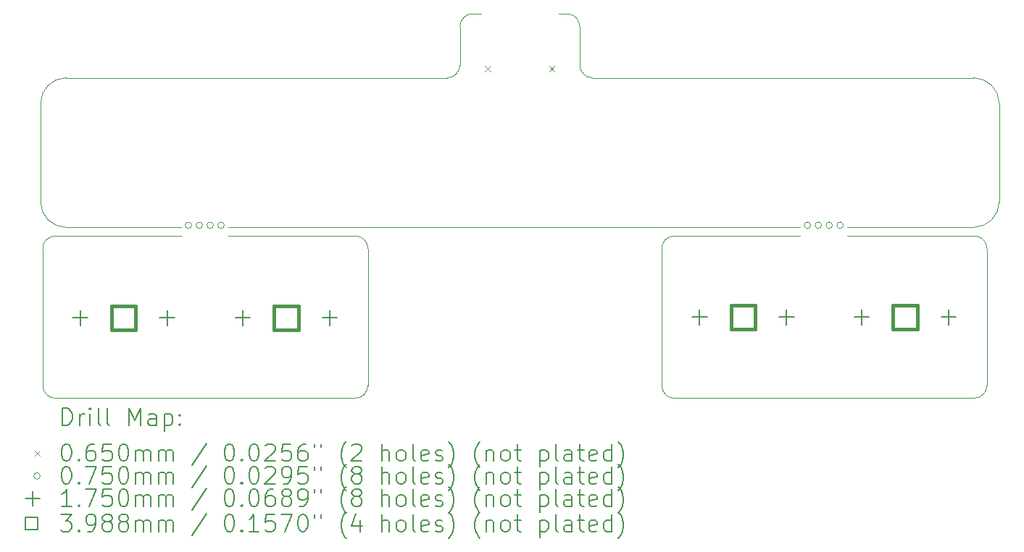
<source format=gbr>
%TF.GenerationSoftware,KiCad,Pcbnew,7.0.9*%
%TF.CreationDate,2023-12-24T20:12:55-08:00*%
%TF.ProjectId,4k-mania-keypad,346b2d6d-616e-4696-912d-6b6579706164,rev?*%
%TF.SameCoordinates,Original*%
%TF.FileFunction,Drillmap*%
%TF.FilePolarity,Positive*%
%FSLAX45Y45*%
G04 Gerber Fmt 4.5, Leading zero omitted, Abs format (unit mm)*
G04 Created by KiCad (PCBNEW 7.0.9) date 2023-12-24 20:12:55*
%MOMM*%
%LPD*%
G01*
G04 APERTURE LIST*
%ADD10C,0.100000*%
%ADD11C,0.200000*%
%ADD12C,0.175000*%
%ADD13C,0.398780*%
G04 APERTURE END LIST*
D10*
X15800000Y-7400000D02*
X15800000Y-7850000D01*
X14550000Y-7250000D02*
G75*
G03*
X14400000Y-7400000I0J-150000D01*
G01*
X18375000Y-9850000D02*
X16907000Y-9850000D01*
X20557000Y-10000000D02*
G75*
G03*
X20407000Y-9850000I-150000J0D01*
G01*
X13325000Y-11600000D02*
X13325000Y-10000000D01*
X14250000Y-8000000D02*
G75*
G03*
X14400000Y-7850000I0J150000D01*
G01*
X14550000Y-7250000D02*
X14644500Y-7250500D01*
X9675000Y-11750000D02*
X13175000Y-11750000D01*
X9525000Y-10000000D02*
X9525000Y-11600000D01*
X14400000Y-7400000D02*
X14400000Y-7850000D01*
X15950000Y-8000000D02*
X20400000Y-8000000D01*
X16757000Y-10000000D02*
X16757000Y-11600000D01*
X20407000Y-9850000D02*
X18925000Y-9850000D01*
X16907000Y-9850000D02*
G75*
G03*
X16757000Y-10000000I0J-150000D01*
G01*
X15800000Y-7400000D02*
G75*
G03*
X15650000Y-7250000I-150000J0D01*
G01*
X20700000Y-9450000D02*
X20700000Y-8300000D01*
X15650000Y-7250000D02*
X15554500Y-7250500D01*
X20407000Y-11750000D02*
G75*
G03*
X20557000Y-11600000I0J150000D01*
G01*
X9675000Y-9850000D02*
X11143000Y-9850000D01*
X9500000Y-9450000D02*
G75*
G03*
X9800000Y-9750000I300000J0D01*
G01*
X9800000Y-8000000D02*
X14250000Y-8000000D01*
X20557000Y-11600000D02*
X20557000Y-10000000D01*
X15800000Y-7850000D02*
G75*
G03*
X15950000Y-8000000I150000J0D01*
G01*
X20400000Y-9750000D02*
G75*
G03*
X20700000Y-9450000I0J300000D01*
G01*
X16757000Y-11600000D02*
G75*
G03*
X16907000Y-11750000I150000J0D01*
G01*
X11693000Y-9750000D02*
X18375000Y-9750000D01*
X13325000Y-10000000D02*
G75*
G03*
X13175000Y-9850000I-150000J0D01*
G01*
X16907000Y-11750000D02*
X20407000Y-11750000D01*
X13175000Y-11750000D02*
G75*
G03*
X13325000Y-11600000I0J150000D01*
G01*
X20400000Y-9750000D02*
X18925000Y-9750000D01*
X9675000Y-9850000D02*
G75*
G03*
X9525000Y-10000000I0J-150000D01*
G01*
X9500000Y-9450000D02*
X9500000Y-8300000D01*
X9800000Y-8000000D02*
G75*
G03*
X9500000Y-8300000I0J-300000D01*
G01*
X9525000Y-11600000D02*
G75*
G03*
X9675000Y-11750000I150000J0D01*
G01*
X11143000Y-9750000D02*
X9800000Y-9750000D01*
X20700000Y-8300000D02*
G75*
G03*
X20400000Y-8000000I-300000J0D01*
G01*
X13175000Y-9850000D02*
X11693000Y-9850000D01*
D11*
D10*
X14691500Y-7861500D02*
X14756500Y-7926500D01*
X14756500Y-7861500D02*
X14691500Y-7926500D01*
X15441500Y-7861500D02*
X15506500Y-7926500D01*
X15506500Y-7861500D02*
X15441500Y-7926500D01*
X11265000Y-9725000D02*
G75*
G03*
X11265000Y-9725000I-37500J0D01*
G01*
X11392000Y-9725000D02*
G75*
G03*
X11392000Y-9725000I-37500J0D01*
G01*
X11519000Y-9725000D02*
G75*
G03*
X11519000Y-9725000I-37500J0D01*
G01*
X11646000Y-9725000D02*
G75*
G03*
X11646000Y-9725000I-37500J0D01*
G01*
X18497000Y-9725000D02*
G75*
G03*
X18497000Y-9725000I-37500J0D01*
G01*
X18624000Y-9725000D02*
G75*
G03*
X18624000Y-9725000I-37500J0D01*
G01*
X18751000Y-9725000D02*
G75*
G03*
X18751000Y-9725000I-37500J0D01*
G01*
X18878000Y-9725000D02*
G75*
G03*
X18878000Y-9725000I-37500J0D01*
G01*
D12*
X9963000Y-10720500D02*
X9963000Y-10895500D01*
X9875500Y-10808000D02*
X10050500Y-10808000D01*
X10979000Y-10720500D02*
X10979000Y-10895500D01*
X10891500Y-10808000D02*
X11066500Y-10808000D01*
X11863000Y-10720500D02*
X11863000Y-10895500D01*
X11775500Y-10808000D02*
X11950500Y-10808000D01*
X12879000Y-10720500D02*
X12879000Y-10895500D01*
X12791500Y-10808000D02*
X12966500Y-10808000D01*
X17200000Y-10712500D02*
X17200000Y-10887500D01*
X17112500Y-10800000D02*
X17287500Y-10800000D01*
X18216000Y-10712500D02*
X18216000Y-10887500D01*
X18128500Y-10800000D02*
X18303500Y-10800000D01*
X19092000Y-10712500D02*
X19092000Y-10887500D01*
X19004500Y-10800000D02*
X19179500Y-10800000D01*
X20108000Y-10712500D02*
X20108000Y-10887500D01*
X20020500Y-10800000D02*
X20195500Y-10800000D01*
D13*
X10611991Y-10948991D02*
X10611991Y-10667009D01*
X10330009Y-10667009D01*
X10330009Y-10948991D01*
X10611991Y-10948991D01*
X12511991Y-10948991D02*
X12511991Y-10667009D01*
X12230009Y-10667009D01*
X12230009Y-10948991D01*
X12511991Y-10948991D01*
X17848991Y-10940991D02*
X17848991Y-10659009D01*
X17567009Y-10659009D01*
X17567009Y-10940991D01*
X17848991Y-10940991D01*
X19740991Y-10940991D02*
X19740991Y-10659009D01*
X19459009Y-10659009D01*
X19459009Y-10940991D01*
X19740991Y-10940991D01*
D11*
X9755777Y-12066484D02*
X9755777Y-11866484D01*
X9755777Y-11866484D02*
X9803396Y-11866484D01*
X9803396Y-11866484D02*
X9831967Y-11876008D01*
X9831967Y-11876008D02*
X9851015Y-11895055D01*
X9851015Y-11895055D02*
X9860539Y-11914103D01*
X9860539Y-11914103D02*
X9870063Y-11952198D01*
X9870063Y-11952198D02*
X9870063Y-11980769D01*
X9870063Y-11980769D02*
X9860539Y-12018865D01*
X9860539Y-12018865D02*
X9851015Y-12037912D01*
X9851015Y-12037912D02*
X9831967Y-12056960D01*
X9831967Y-12056960D02*
X9803396Y-12066484D01*
X9803396Y-12066484D02*
X9755777Y-12066484D01*
X9955777Y-12066484D02*
X9955777Y-11933150D01*
X9955777Y-11971246D02*
X9965301Y-11952198D01*
X9965301Y-11952198D02*
X9974824Y-11942674D01*
X9974824Y-11942674D02*
X9993872Y-11933150D01*
X9993872Y-11933150D02*
X10012920Y-11933150D01*
X10079586Y-12066484D02*
X10079586Y-11933150D01*
X10079586Y-11866484D02*
X10070063Y-11876008D01*
X10070063Y-11876008D02*
X10079586Y-11885531D01*
X10079586Y-11885531D02*
X10089110Y-11876008D01*
X10089110Y-11876008D02*
X10079586Y-11866484D01*
X10079586Y-11866484D02*
X10079586Y-11885531D01*
X10203396Y-12066484D02*
X10184348Y-12056960D01*
X10184348Y-12056960D02*
X10174824Y-12037912D01*
X10174824Y-12037912D02*
X10174824Y-11866484D01*
X10308158Y-12066484D02*
X10289110Y-12056960D01*
X10289110Y-12056960D02*
X10279586Y-12037912D01*
X10279586Y-12037912D02*
X10279586Y-11866484D01*
X10536729Y-12066484D02*
X10536729Y-11866484D01*
X10536729Y-11866484D02*
X10603396Y-12009341D01*
X10603396Y-12009341D02*
X10670063Y-11866484D01*
X10670063Y-11866484D02*
X10670063Y-12066484D01*
X10851015Y-12066484D02*
X10851015Y-11961722D01*
X10851015Y-11961722D02*
X10841491Y-11942674D01*
X10841491Y-11942674D02*
X10822444Y-11933150D01*
X10822444Y-11933150D02*
X10784348Y-11933150D01*
X10784348Y-11933150D02*
X10765301Y-11942674D01*
X10851015Y-12056960D02*
X10831967Y-12066484D01*
X10831967Y-12066484D02*
X10784348Y-12066484D01*
X10784348Y-12066484D02*
X10765301Y-12056960D01*
X10765301Y-12056960D02*
X10755777Y-12037912D01*
X10755777Y-12037912D02*
X10755777Y-12018865D01*
X10755777Y-12018865D02*
X10765301Y-11999817D01*
X10765301Y-11999817D02*
X10784348Y-11990293D01*
X10784348Y-11990293D02*
X10831967Y-11990293D01*
X10831967Y-11990293D02*
X10851015Y-11980769D01*
X10946253Y-11933150D02*
X10946253Y-12133150D01*
X10946253Y-11942674D02*
X10965301Y-11933150D01*
X10965301Y-11933150D02*
X11003396Y-11933150D01*
X11003396Y-11933150D02*
X11022444Y-11942674D01*
X11022444Y-11942674D02*
X11031967Y-11952198D01*
X11031967Y-11952198D02*
X11041491Y-11971246D01*
X11041491Y-11971246D02*
X11041491Y-12028388D01*
X11041491Y-12028388D02*
X11031967Y-12047436D01*
X11031967Y-12047436D02*
X11022444Y-12056960D01*
X11022444Y-12056960D02*
X11003396Y-12066484D01*
X11003396Y-12066484D02*
X10965301Y-12066484D01*
X10965301Y-12066484D02*
X10946253Y-12056960D01*
X11127205Y-12047436D02*
X11136729Y-12056960D01*
X11136729Y-12056960D02*
X11127205Y-12066484D01*
X11127205Y-12066484D02*
X11117682Y-12056960D01*
X11117682Y-12056960D02*
X11127205Y-12047436D01*
X11127205Y-12047436D02*
X11127205Y-12066484D01*
X11127205Y-11942674D02*
X11136729Y-11952198D01*
X11136729Y-11952198D02*
X11127205Y-11961722D01*
X11127205Y-11961722D02*
X11117682Y-11952198D01*
X11117682Y-11952198D02*
X11127205Y-11942674D01*
X11127205Y-11942674D02*
X11127205Y-11961722D01*
D10*
X9430000Y-12362500D02*
X9495000Y-12427500D01*
X9495000Y-12362500D02*
X9430000Y-12427500D01*
D11*
X9793872Y-12286484D02*
X9812920Y-12286484D01*
X9812920Y-12286484D02*
X9831967Y-12296008D01*
X9831967Y-12296008D02*
X9841491Y-12305531D01*
X9841491Y-12305531D02*
X9851015Y-12324579D01*
X9851015Y-12324579D02*
X9860539Y-12362674D01*
X9860539Y-12362674D02*
X9860539Y-12410293D01*
X9860539Y-12410293D02*
X9851015Y-12448388D01*
X9851015Y-12448388D02*
X9841491Y-12467436D01*
X9841491Y-12467436D02*
X9831967Y-12476960D01*
X9831967Y-12476960D02*
X9812920Y-12486484D01*
X9812920Y-12486484D02*
X9793872Y-12486484D01*
X9793872Y-12486484D02*
X9774824Y-12476960D01*
X9774824Y-12476960D02*
X9765301Y-12467436D01*
X9765301Y-12467436D02*
X9755777Y-12448388D01*
X9755777Y-12448388D02*
X9746253Y-12410293D01*
X9746253Y-12410293D02*
X9746253Y-12362674D01*
X9746253Y-12362674D02*
X9755777Y-12324579D01*
X9755777Y-12324579D02*
X9765301Y-12305531D01*
X9765301Y-12305531D02*
X9774824Y-12296008D01*
X9774824Y-12296008D02*
X9793872Y-12286484D01*
X9946253Y-12467436D02*
X9955777Y-12476960D01*
X9955777Y-12476960D02*
X9946253Y-12486484D01*
X9946253Y-12486484D02*
X9936729Y-12476960D01*
X9936729Y-12476960D02*
X9946253Y-12467436D01*
X9946253Y-12467436D02*
X9946253Y-12486484D01*
X10127205Y-12286484D02*
X10089110Y-12286484D01*
X10089110Y-12286484D02*
X10070063Y-12296008D01*
X10070063Y-12296008D02*
X10060539Y-12305531D01*
X10060539Y-12305531D02*
X10041491Y-12334103D01*
X10041491Y-12334103D02*
X10031967Y-12372198D01*
X10031967Y-12372198D02*
X10031967Y-12448388D01*
X10031967Y-12448388D02*
X10041491Y-12467436D01*
X10041491Y-12467436D02*
X10051015Y-12476960D01*
X10051015Y-12476960D02*
X10070063Y-12486484D01*
X10070063Y-12486484D02*
X10108158Y-12486484D01*
X10108158Y-12486484D02*
X10127205Y-12476960D01*
X10127205Y-12476960D02*
X10136729Y-12467436D01*
X10136729Y-12467436D02*
X10146253Y-12448388D01*
X10146253Y-12448388D02*
X10146253Y-12400769D01*
X10146253Y-12400769D02*
X10136729Y-12381722D01*
X10136729Y-12381722D02*
X10127205Y-12372198D01*
X10127205Y-12372198D02*
X10108158Y-12362674D01*
X10108158Y-12362674D02*
X10070063Y-12362674D01*
X10070063Y-12362674D02*
X10051015Y-12372198D01*
X10051015Y-12372198D02*
X10041491Y-12381722D01*
X10041491Y-12381722D02*
X10031967Y-12400769D01*
X10327205Y-12286484D02*
X10231967Y-12286484D01*
X10231967Y-12286484D02*
X10222444Y-12381722D01*
X10222444Y-12381722D02*
X10231967Y-12372198D01*
X10231967Y-12372198D02*
X10251015Y-12362674D01*
X10251015Y-12362674D02*
X10298634Y-12362674D01*
X10298634Y-12362674D02*
X10317682Y-12372198D01*
X10317682Y-12372198D02*
X10327205Y-12381722D01*
X10327205Y-12381722D02*
X10336729Y-12400769D01*
X10336729Y-12400769D02*
X10336729Y-12448388D01*
X10336729Y-12448388D02*
X10327205Y-12467436D01*
X10327205Y-12467436D02*
X10317682Y-12476960D01*
X10317682Y-12476960D02*
X10298634Y-12486484D01*
X10298634Y-12486484D02*
X10251015Y-12486484D01*
X10251015Y-12486484D02*
X10231967Y-12476960D01*
X10231967Y-12476960D02*
X10222444Y-12467436D01*
X10460539Y-12286484D02*
X10479586Y-12286484D01*
X10479586Y-12286484D02*
X10498634Y-12296008D01*
X10498634Y-12296008D02*
X10508158Y-12305531D01*
X10508158Y-12305531D02*
X10517682Y-12324579D01*
X10517682Y-12324579D02*
X10527205Y-12362674D01*
X10527205Y-12362674D02*
X10527205Y-12410293D01*
X10527205Y-12410293D02*
X10517682Y-12448388D01*
X10517682Y-12448388D02*
X10508158Y-12467436D01*
X10508158Y-12467436D02*
X10498634Y-12476960D01*
X10498634Y-12476960D02*
X10479586Y-12486484D01*
X10479586Y-12486484D02*
X10460539Y-12486484D01*
X10460539Y-12486484D02*
X10441491Y-12476960D01*
X10441491Y-12476960D02*
X10431967Y-12467436D01*
X10431967Y-12467436D02*
X10422444Y-12448388D01*
X10422444Y-12448388D02*
X10412920Y-12410293D01*
X10412920Y-12410293D02*
X10412920Y-12362674D01*
X10412920Y-12362674D02*
X10422444Y-12324579D01*
X10422444Y-12324579D02*
X10431967Y-12305531D01*
X10431967Y-12305531D02*
X10441491Y-12296008D01*
X10441491Y-12296008D02*
X10460539Y-12286484D01*
X10612920Y-12486484D02*
X10612920Y-12353150D01*
X10612920Y-12372198D02*
X10622444Y-12362674D01*
X10622444Y-12362674D02*
X10641491Y-12353150D01*
X10641491Y-12353150D02*
X10670063Y-12353150D01*
X10670063Y-12353150D02*
X10689110Y-12362674D01*
X10689110Y-12362674D02*
X10698634Y-12381722D01*
X10698634Y-12381722D02*
X10698634Y-12486484D01*
X10698634Y-12381722D02*
X10708158Y-12362674D01*
X10708158Y-12362674D02*
X10727205Y-12353150D01*
X10727205Y-12353150D02*
X10755777Y-12353150D01*
X10755777Y-12353150D02*
X10774825Y-12362674D01*
X10774825Y-12362674D02*
X10784348Y-12381722D01*
X10784348Y-12381722D02*
X10784348Y-12486484D01*
X10879586Y-12486484D02*
X10879586Y-12353150D01*
X10879586Y-12372198D02*
X10889110Y-12362674D01*
X10889110Y-12362674D02*
X10908158Y-12353150D01*
X10908158Y-12353150D02*
X10936729Y-12353150D01*
X10936729Y-12353150D02*
X10955777Y-12362674D01*
X10955777Y-12362674D02*
X10965301Y-12381722D01*
X10965301Y-12381722D02*
X10965301Y-12486484D01*
X10965301Y-12381722D02*
X10974825Y-12362674D01*
X10974825Y-12362674D02*
X10993872Y-12353150D01*
X10993872Y-12353150D02*
X11022444Y-12353150D01*
X11022444Y-12353150D02*
X11041491Y-12362674D01*
X11041491Y-12362674D02*
X11051015Y-12381722D01*
X11051015Y-12381722D02*
X11051015Y-12486484D01*
X11441491Y-12276960D02*
X11270063Y-12534103D01*
X11698634Y-12286484D02*
X11717682Y-12286484D01*
X11717682Y-12286484D02*
X11736729Y-12296008D01*
X11736729Y-12296008D02*
X11746253Y-12305531D01*
X11746253Y-12305531D02*
X11755777Y-12324579D01*
X11755777Y-12324579D02*
X11765301Y-12362674D01*
X11765301Y-12362674D02*
X11765301Y-12410293D01*
X11765301Y-12410293D02*
X11755777Y-12448388D01*
X11755777Y-12448388D02*
X11746253Y-12467436D01*
X11746253Y-12467436D02*
X11736729Y-12476960D01*
X11736729Y-12476960D02*
X11717682Y-12486484D01*
X11717682Y-12486484D02*
X11698634Y-12486484D01*
X11698634Y-12486484D02*
X11679586Y-12476960D01*
X11679586Y-12476960D02*
X11670063Y-12467436D01*
X11670063Y-12467436D02*
X11660539Y-12448388D01*
X11660539Y-12448388D02*
X11651015Y-12410293D01*
X11651015Y-12410293D02*
X11651015Y-12362674D01*
X11651015Y-12362674D02*
X11660539Y-12324579D01*
X11660539Y-12324579D02*
X11670063Y-12305531D01*
X11670063Y-12305531D02*
X11679586Y-12296008D01*
X11679586Y-12296008D02*
X11698634Y-12286484D01*
X11851015Y-12467436D02*
X11860539Y-12476960D01*
X11860539Y-12476960D02*
X11851015Y-12486484D01*
X11851015Y-12486484D02*
X11841491Y-12476960D01*
X11841491Y-12476960D02*
X11851015Y-12467436D01*
X11851015Y-12467436D02*
X11851015Y-12486484D01*
X11984348Y-12286484D02*
X12003396Y-12286484D01*
X12003396Y-12286484D02*
X12022444Y-12296008D01*
X12022444Y-12296008D02*
X12031967Y-12305531D01*
X12031967Y-12305531D02*
X12041491Y-12324579D01*
X12041491Y-12324579D02*
X12051015Y-12362674D01*
X12051015Y-12362674D02*
X12051015Y-12410293D01*
X12051015Y-12410293D02*
X12041491Y-12448388D01*
X12041491Y-12448388D02*
X12031967Y-12467436D01*
X12031967Y-12467436D02*
X12022444Y-12476960D01*
X12022444Y-12476960D02*
X12003396Y-12486484D01*
X12003396Y-12486484D02*
X11984348Y-12486484D01*
X11984348Y-12486484D02*
X11965301Y-12476960D01*
X11965301Y-12476960D02*
X11955777Y-12467436D01*
X11955777Y-12467436D02*
X11946253Y-12448388D01*
X11946253Y-12448388D02*
X11936729Y-12410293D01*
X11936729Y-12410293D02*
X11936729Y-12362674D01*
X11936729Y-12362674D02*
X11946253Y-12324579D01*
X11946253Y-12324579D02*
X11955777Y-12305531D01*
X11955777Y-12305531D02*
X11965301Y-12296008D01*
X11965301Y-12296008D02*
X11984348Y-12286484D01*
X12127206Y-12305531D02*
X12136729Y-12296008D01*
X12136729Y-12296008D02*
X12155777Y-12286484D01*
X12155777Y-12286484D02*
X12203396Y-12286484D01*
X12203396Y-12286484D02*
X12222444Y-12296008D01*
X12222444Y-12296008D02*
X12231967Y-12305531D01*
X12231967Y-12305531D02*
X12241491Y-12324579D01*
X12241491Y-12324579D02*
X12241491Y-12343627D01*
X12241491Y-12343627D02*
X12231967Y-12372198D01*
X12231967Y-12372198D02*
X12117682Y-12486484D01*
X12117682Y-12486484D02*
X12241491Y-12486484D01*
X12422444Y-12286484D02*
X12327206Y-12286484D01*
X12327206Y-12286484D02*
X12317682Y-12381722D01*
X12317682Y-12381722D02*
X12327206Y-12372198D01*
X12327206Y-12372198D02*
X12346253Y-12362674D01*
X12346253Y-12362674D02*
X12393872Y-12362674D01*
X12393872Y-12362674D02*
X12412920Y-12372198D01*
X12412920Y-12372198D02*
X12422444Y-12381722D01*
X12422444Y-12381722D02*
X12431967Y-12400769D01*
X12431967Y-12400769D02*
X12431967Y-12448388D01*
X12431967Y-12448388D02*
X12422444Y-12467436D01*
X12422444Y-12467436D02*
X12412920Y-12476960D01*
X12412920Y-12476960D02*
X12393872Y-12486484D01*
X12393872Y-12486484D02*
X12346253Y-12486484D01*
X12346253Y-12486484D02*
X12327206Y-12476960D01*
X12327206Y-12476960D02*
X12317682Y-12467436D01*
X12603396Y-12286484D02*
X12565301Y-12286484D01*
X12565301Y-12286484D02*
X12546253Y-12296008D01*
X12546253Y-12296008D02*
X12536729Y-12305531D01*
X12536729Y-12305531D02*
X12517682Y-12334103D01*
X12517682Y-12334103D02*
X12508158Y-12372198D01*
X12508158Y-12372198D02*
X12508158Y-12448388D01*
X12508158Y-12448388D02*
X12517682Y-12467436D01*
X12517682Y-12467436D02*
X12527206Y-12476960D01*
X12527206Y-12476960D02*
X12546253Y-12486484D01*
X12546253Y-12486484D02*
X12584348Y-12486484D01*
X12584348Y-12486484D02*
X12603396Y-12476960D01*
X12603396Y-12476960D02*
X12612920Y-12467436D01*
X12612920Y-12467436D02*
X12622444Y-12448388D01*
X12622444Y-12448388D02*
X12622444Y-12400769D01*
X12622444Y-12400769D02*
X12612920Y-12381722D01*
X12612920Y-12381722D02*
X12603396Y-12372198D01*
X12603396Y-12372198D02*
X12584348Y-12362674D01*
X12584348Y-12362674D02*
X12546253Y-12362674D01*
X12546253Y-12362674D02*
X12527206Y-12372198D01*
X12527206Y-12372198D02*
X12517682Y-12381722D01*
X12517682Y-12381722D02*
X12508158Y-12400769D01*
X12698634Y-12286484D02*
X12698634Y-12324579D01*
X12774825Y-12286484D02*
X12774825Y-12324579D01*
X13070063Y-12562674D02*
X13060539Y-12553150D01*
X13060539Y-12553150D02*
X13041491Y-12524579D01*
X13041491Y-12524579D02*
X13031968Y-12505531D01*
X13031968Y-12505531D02*
X13022444Y-12476960D01*
X13022444Y-12476960D02*
X13012920Y-12429341D01*
X13012920Y-12429341D02*
X13012920Y-12391246D01*
X13012920Y-12391246D02*
X13022444Y-12343627D01*
X13022444Y-12343627D02*
X13031968Y-12315055D01*
X13031968Y-12315055D02*
X13041491Y-12296008D01*
X13041491Y-12296008D02*
X13060539Y-12267436D01*
X13060539Y-12267436D02*
X13070063Y-12257912D01*
X13136729Y-12305531D02*
X13146253Y-12296008D01*
X13146253Y-12296008D02*
X13165301Y-12286484D01*
X13165301Y-12286484D02*
X13212920Y-12286484D01*
X13212920Y-12286484D02*
X13231968Y-12296008D01*
X13231968Y-12296008D02*
X13241491Y-12305531D01*
X13241491Y-12305531D02*
X13251015Y-12324579D01*
X13251015Y-12324579D02*
X13251015Y-12343627D01*
X13251015Y-12343627D02*
X13241491Y-12372198D01*
X13241491Y-12372198D02*
X13127206Y-12486484D01*
X13127206Y-12486484D02*
X13251015Y-12486484D01*
X13489110Y-12486484D02*
X13489110Y-12286484D01*
X13574825Y-12486484D02*
X13574825Y-12381722D01*
X13574825Y-12381722D02*
X13565301Y-12362674D01*
X13565301Y-12362674D02*
X13546253Y-12353150D01*
X13546253Y-12353150D02*
X13517682Y-12353150D01*
X13517682Y-12353150D02*
X13498634Y-12362674D01*
X13498634Y-12362674D02*
X13489110Y-12372198D01*
X13698634Y-12486484D02*
X13679587Y-12476960D01*
X13679587Y-12476960D02*
X13670063Y-12467436D01*
X13670063Y-12467436D02*
X13660539Y-12448388D01*
X13660539Y-12448388D02*
X13660539Y-12391246D01*
X13660539Y-12391246D02*
X13670063Y-12372198D01*
X13670063Y-12372198D02*
X13679587Y-12362674D01*
X13679587Y-12362674D02*
X13698634Y-12353150D01*
X13698634Y-12353150D02*
X13727206Y-12353150D01*
X13727206Y-12353150D02*
X13746253Y-12362674D01*
X13746253Y-12362674D02*
X13755777Y-12372198D01*
X13755777Y-12372198D02*
X13765301Y-12391246D01*
X13765301Y-12391246D02*
X13765301Y-12448388D01*
X13765301Y-12448388D02*
X13755777Y-12467436D01*
X13755777Y-12467436D02*
X13746253Y-12476960D01*
X13746253Y-12476960D02*
X13727206Y-12486484D01*
X13727206Y-12486484D02*
X13698634Y-12486484D01*
X13879587Y-12486484D02*
X13860539Y-12476960D01*
X13860539Y-12476960D02*
X13851015Y-12457912D01*
X13851015Y-12457912D02*
X13851015Y-12286484D01*
X14031968Y-12476960D02*
X14012920Y-12486484D01*
X14012920Y-12486484D02*
X13974825Y-12486484D01*
X13974825Y-12486484D02*
X13955777Y-12476960D01*
X13955777Y-12476960D02*
X13946253Y-12457912D01*
X13946253Y-12457912D02*
X13946253Y-12381722D01*
X13946253Y-12381722D02*
X13955777Y-12362674D01*
X13955777Y-12362674D02*
X13974825Y-12353150D01*
X13974825Y-12353150D02*
X14012920Y-12353150D01*
X14012920Y-12353150D02*
X14031968Y-12362674D01*
X14031968Y-12362674D02*
X14041491Y-12381722D01*
X14041491Y-12381722D02*
X14041491Y-12400769D01*
X14041491Y-12400769D02*
X13946253Y-12419817D01*
X14117682Y-12476960D02*
X14136730Y-12486484D01*
X14136730Y-12486484D02*
X14174825Y-12486484D01*
X14174825Y-12486484D02*
X14193872Y-12476960D01*
X14193872Y-12476960D02*
X14203396Y-12457912D01*
X14203396Y-12457912D02*
X14203396Y-12448388D01*
X14203396Y-12448388D02*
X14193872Y-12429341D01*
X14193872Y-12429341D02*
X14174825Y-12419817D01*
X14174825Y-12419817D02*
X14146253Y-12419817D01*
X14146253Y-12419817D02*
X14127206Y-12410293D01*
X14127206Y-12410293D02*
X14117682Y-12391246D01*
X14117682Y-12391246D02*
X14117682Y-12381722D01*
X14117682Y-12381722D02*
X14127206Y-12362674D01*
X14127206Y-12362674D02*
X14146253Y-12353150D01*
X14146253Y-12353150D02*
X14174825Y-12353150D01*
X14174825Y-12353150D02*
X14193872Y-12362674D01*
X14270063Y-12562674D02*
X14279587Y-12553150D01*
X14279587Y-12553150D02*
X14298634Y-12524579D01*
X14298634Y-12524579D02*
X14308158Y-12505531D01*
X14308158Y-12505531D02*
X14317682Y-12476960D01*
X14317682Y-12476960D02*
X14327206Y-12429341D01*
X14327206Y-12429341D02*
X14327206Y-12391246D01*
X14327206Y-12391246D02*
X14317682Y-12343627D01*
X14317682Y-12343627D02*
X14308158Y-12315055D01*
X14308158Y-12315055D02*
X14298634Y-12296008D01*
X14298634Y-12296008D02*
X14279587Y-12267436D01*
X14279587Y-12267436D02*
X14270063Y-12257912D01*
X14631968Y-12562674D02*
X14622444Y-12553150D01*
X14622444Y-12553150D02*
X14603396Y-12524579D01*
X14603396Y-12524579D02*
X14593872Y-12505531D01*
X14593872Y-12505531D02*
X14584349Y-12476960D01*
X14584349Y-12476960D02*
X14574825Y-12429341D01*
X14574825Y-12429341D02*
X14574825Y-12391246D01*
X14574825Y-12391246D02*
X14584349Y-12343627D01*
X14584349Y-12343627D02*
X14593872Y-12315055D01*
X14593872Y-12315055D02*
X14603396Y-12296008D01*
X14603396Y-12296008D02*
X14622444Y-12267436D01*
X14622444Y-12267436D02*
X14631968Y-12257912D01*
X14708158Y-12353150D02*
X14708158Y-12486484D01*
X14708158Y-12372198D02*
X14717682Y-12362674D01*
X14717682Y-12362674D02*
X14736730Y-12353150D01*
X14736730Y-12353150D02*
X14765301Y-12353150D01*
X14765301Y-12353150D02*
X14784349Y-12362674D01*
X14784349Y-12362674D02*
X14793872Y-12381722D01*
X14793872Y-12381722D02*
X14793872Y-12486484D01*
X14917682Y-12486484D02*
X14898634Y-12476960D01*
X14898634Y-12476960D02*
X14889111Y-12467436D01*
X14889111Y-12467436D02*
X14879587Y-12448388D01*
X14879587Y-12448388D02*
X14879587Y-12391246D01*
X14879587Y-12391246D02*
X14889111Y-12372198D01*
X14889111Y-12372198D02*
X14898634Y-12362674D01*
X14898634Y-12362674D02*
X14917682Y-12353150D01*
X14917682Y-12353150D02*
X14946253Y-12353150D01*
X14946253Y-12353150D02*
X14965301Y-12362674D01*
X14965301Y-12362674D02*
X14974825Y-12372198D01*
X14974825Y-12372198D02*
X14984349Y-12391246D01*
X14984349Y-12391246D02*
X14984349Y-12448388D01*
X14984349Y-12448388D02*
X14974825Y-12467436D01*
X14974825Y-12467436D02*
X14965301Y-12476960D01*
X14965301Y-12476960D02*
X14946253Y-12486484D01*
X14946253Y-12486484D02*
X14917682Y-12486484D01*
X15041492Y-12353150D02*
X15117682Y-12353150D01*
X15070063Y-12286484D02*
X15070063Y-12457912D01*
X15070063Y-12457912D02*
X15079587Y-12476960D01*
X15079587Y-12476960D02*
X15098634Y-12486484D01*
X15098634Y-12486484D02*
X15117682Y-12486484D01*
X15336730Y-12353150D02*
X15336730Y-12553150D01*
X15336730Y-12362674D02*
X15355777Y-12353150D01*
X15355777Y-12353150D02*
X15393873Y-12353150D01*
X15393873Y-12353150D02*
X15412920Y-12362674D01*
X15412920Y-12362674D02*
X15422444Y-12372198D01*
X15422444Y-12372198D02*
X15431968Y-12391246D01*
X15431968Y-12391246D02*
X15431968Y-12448388D01*
X15431968Y-12448388D02*
X15422444Y-12467436D01*
X15422444Y-12467436D02*
X15412920Y-12476960D01*
X15412920Y-12476960D02*
X15393873Y-12486484D01*
X15393873Y-12486484D02*
X15355777Y-12486484D01*
X15355777Y-12486484D02*
X15336730Y-12476960D01*
X15546253Y-12486484D02*
X15527206Y-12476960D01*
X15527206Y-12476960D02*
X15517682Y-12457912D01*
X15517682Y-12457912D02*
X15517682Y-12286484D01*
X15708158Y-12486484D02*
X15708158Y-12381722D01*
X15708158Y-12381722D02*
X15698634Y-12362674D01*
X15698634Y-12362674D02*
X15679587Y-12353150D01*
X15679587Y-12353150D02*
X15641492Y-12353150D01*
X15641492Y-12353150D02*
X15622444Y-12362674D01*
X15708158Y-12476960D02*
X15689111Y-12486484D01*
X15689111Y-12486484D02*
X15641492Y-12486484D01*
X15641492Y-12486484D02*
X15622444Y-12476960D01*
X15622444Y-12476960D02*
X15612920Y-12457912D01*
X15612920Y-12457912D02*
X15612920Y-12438865D01*
X15612920Y-12438865D02*
X15622444Y-12419817D01*
X15622444Y-12419817D02*
X15641492Y-12410293D01*
X15641492Y-12410293D02*
X15689111Y-12410293D01*
X15689111Y-12410293D02*
X15708158Y-12400769D01*
X15774825Y-12353150D02*
X15851015Y-12353150D01*
X15803396Y-12286484D02*
X15803396Y-12457912D01*
X15803396Y-12457912D02*
X15812920Y-12476960D01*
X15812920Y-12476960D02*
X15831968Y-12486484D01*
X15831968Y-12486484D02*
X15851015Y-12486484D01*
X15993873Y-12476960D02*
X15974825Y-12486484D01*
X15974825Y-12486484D02*
X15936730Y-12486484D01*
X15936730Y-12486484D02*
X15917682Y-12476960D01*
X15917682Y-12476960D02*
X15908158Y-12457912D01*
X15908158Y-12457912D02*
X15908158Y-12381722D01*
X15908158Y-12381722D02*
X15917682Y-12362674D01*
X15917682Y-12362674D02*
X15936730Y-12353150D01*
X15936730Y-12353150D02*
X15974825Y-12353150D01*
X15974825Y-12353150D02*
X15993873Y-12362674D01*
X15993873Y-12362674D02*
X16003396Y-12381722D01*
X16003396Y-12381722D02*
X16003396Y-12400769D01*
X16003396Y-12400769D02*
X15908158Y-12419817D01*
X16174825Y-12486484D02*
X16174825Y-12286484D01*
X16174825Y-12476960D02*
X16155777Y-12486484D01*
X16155777Y-12486484D02*
X16117682Y-12486484D01*
X16117682Y-12486484D02*
X16098634Y-12476960D01*
X16098634Y-12476960D02*
X16089111Y-12467436D01*
X16089111Y-12467436D02*
X16079587Y-12448388D01*
X16079587Y-12448388D02*
X16079587Y-12391246D01*
X16079587Y-12391246D02*
X16089111Y-12372198D01*
X16089111Y-12372198D02*
X16098634Y-12362674D01*
X16098634Y-12362674D02*
X16117682Y-12353150D01*
X16117682Y-12353150D02*
X16155777Y-12353150D01*
X16155777Y-12353150D02*
X16174825Y-12362674D01*
X16251015Y-12562674D02*
X16260539Y-12553150D01*
X16260539Y-12553150D02*
X16279587Y-12524579D01*
X16279587Y-12524579D02*
X16289111Y-12505531D01*
X16289111Y-12505531D02*
X16298634Y-12476960D01*
X16298634Y-12476960D02*
X16308158Y-12429341D01*
X16308158Y-12429341D02*
X16308158Y-12391246D01*
X16308158Y-12391246D02*
X16298634Y-12343627D01*
X16298634Y-12343627D02*
X16289111Y-12315055D01*
X16289111Y-12315055D02*
X16279587Y-12296008D01*
X16279587Y-12296008D02*
X16260539Y-12267436D01*
X16260539Y-12267436D02*
X16251015Y-12257912D01*
D10*
X9495000Y-12659000D02*
G75*
G03*
X9495000Y-12659000I-37500J0D01*
G01*
D11*
X9793872Y-12550484D02*
X9812920Y-12550484D01*
X9812920Y-12550484D02*
X9831967Y-12560008D01*
X9831967Y-12560008D02*
X9841491Y-12569531D01*
X9841491Y-12569531D02*
X9851015Y-12588579D01*
X9851015Y-12588579D02*
X9860539Y-12626674D01*
X9860539Y-12626674D02*
X9860539Y-12674293D01*
X9860539Y-12674293D02*
X9851015Y-12712388D01*
X9851015Y-12712388D02*
X9841491Y-12731436D01*
X9841491Y-12731436D02*
X9831967Y-12740960D01*
X9831967Y-12740960D02*
X9812920Y-12750484D01*
X9812920Y-12750484D02*
X9793872Y-12750484D01*
X9793872Y-12750484D02*
X9774824Y-12740960D01*
X9774824Y-12740960D02*
X9765301Y-12731436D01*
X9765301Y-12731436D02*
X9755777Y-12712388D01*
X9755777Y-12712388D02*
X9746253Y-12674293D01*
X9746253Y-12674293D02*
X9746253Y-12626674D01*
X9746253Y-12626674D02*
X9755777Y-12588579D01*
X9755777Y-12588579D02*
X9765301Y-12569531D01*
X9765301Y-12569531D02*
X9774824Y-12560008D01*
X9774824Y-12560008D02*
X9793872Y-12550484D01*
X9946253Y-12731436D02*
X9955777Y-12740960D01*
X9955777Y-12740960D02*
X9946253Y-12750484D01*
X9946253Y-12750484D02*
X9936729Y-12740960D01*
X9936729Y-12740960D02*
X9946253Y-12731436D01*
X9946253Y-12731436D02*
X9946253Y-12750484D01*
X10022444Y-12550484D02*
X10155777Y-12550484D01*
X10155777Y-12550484D02*
X10070063Y-12750484D01*
X10327205Y-12550484D02*
X10231967Y-12550484D01*
X10231967Y-12550484D02*
X10222444Y-12645722D01*
X10222444Y-12645722D02*
X10231967Y-12636198D01*
X10231967Y-12636198D02*
X10251015Y-12626674D01*
X10251015Y-12626674D02*
X10298634Y-12626674D01*
X10298634Y-12626674D02*
X10317682Y-12636198D01*
X10317682Y-12636198D02*
X10327205Y-12645722D01*
X10327205Y-12645722D02*
X10336729Y-12664769D01*
X10336729Y-12664769D02*
X10336729Y-12712388D01*
X10336729Y-12712388D02*
X10327205Y-12731436D01*
X10327205Y-12731436D02*
X10317682Y-12740960D01*
X10317682Y-12740960D02*
X10298634Y-12750484D01*
X10298634Y-12750484D02*
X10251015Y-12750484D01*
X10251015Y-12750484D02*
X10231967Y-12740960D01*
X10231967Y-12740960D02*
X10222444Y-12731436D01*
X10460539Y-12550484D02*
X10479586Y-12550484D01*
X10479586Y-12550484D02*
X10498634Y-12560008D01*
X10498634Y-12560008D02*
X10508158Y-12569531D01*
X10508158Y-12569531D02*
X10517682Y-12588579D01*
X10517682Y-12588579D02*
X10527205Y-12626674D01*
X10527205Y-12626674D02*
X10527205Y-12674293D01*
X10527205Y-12674293D02*
X10517682Y-12712388D01*
X10517682Y-12712388D02*
X10508158Y-12731436D01*
X10508158Y-12731436D02*
X10498634Y-12740960D01*
X10498634Y-12740960D02*
X10479586Y-12750484D01*
X10479586Y-12750484D02*
X10460539Y-12750484D01*
X10460539Y-12750484D02*
X10441491Y-12740960D01*
X10441491Y-12740960D02*
X10431967Y-12731436D01*
X10431967Y-12731436D02*
X10422444Y-12712388D01*
X10422444Y-12712388D02*
X10412920Y-12674293D01*
X10412920Y-12674293D02*
X10412920Y-12626674D01*
X10412920Y-12626674D02*
X10422444Y-12588579D01*
X10422444Y-12588579D02*
X10431967Y-12569531D01*
X10431967Y-12569531D02*
X10441491Y-12560008D01*
X10441491Y-12560008D02*
X10460539Y-12550484D01*
X10612920Y-12750484D02*
X10612920Y-12617150D01*
X10612920Y-12636198D02*
X10622444Y-12626674D01*
X10622444Y-12626674D02*
X10641491Y-12617150D01*
X10641491Y-12617150D02*
X10670063Y-12617150D01*
X10670063Y-12617150D02*
X10689110Y-12626674D01*
X10689110Y-12626674D02*
X10698634Y-12645722D01*
X10698634Y-12645722D02*
X10698634Y-12750484D01*
X10698634Y-12645722D02*
X10708158Y-12626674D01*
X10708158Y-12626674D02*
X10727205Y-12617150D01*
X10727205Y-12617150D02*
X10755777Y-12617150D01*
X10755777Y-12617150D02*
X10774825Y-12626674D01*
X10774825Y-12626674D02*
X10784348Y-12645722D01*
X10784348Y-12645722D02*
X10784348Y-12750484D01*
X10879586Y-12750484D02*
X10879586Y-12617150D01*
X10879586Y-12636198D02*
X10889110Y-12626674D01*
X10889110Y-12626674D02*
X10908158Y-12617150D01*
X10908158Y-12617150D02*
X10936729Y-12617150D01*
X10936729Y-12617150D02*
X10955777Y-12626674D01*
X10955777Y-12626674D02*
X10965301Y-12645722D01*
X10965301Y-12645722D02*
X10965301Y-12750484D01*
X10965301Y-12645722D02*
X10974825Y-12626674D01*
X10974825Y-12626674D02*
X10993872Y-12617150D01*
X10993872Y-12617150D02*
X11022444Y-12617150D01*
X11022444Y-12617150D02*
X11041491Y-12626674D01*
X11041491Y-12626674D02*
X11051015Y-12645722D01*
X11051015Y-12645722D02*
X11051015Y-12750484D01*
X11441491Y-12540960D02*
X11270063Y-12798103D01*
X11698634Y-12550484D02*
X11717682Y-12550484D01*
X11717682Y-12550484D02*
X11736729Y-12560008D01*
X11736729Y-12560008D02*
X11746253Y-12569531D01*
X11746253Y-12569531D02*
X11755777Y-12588579D01*
X11755777Y-12588579D02*
X11765301Y-12626674D01*
X11765301Y-12626674D02*
X11765301Y-12674293D01*
X11765301Y-12674293D02*
X11755777Y-12712388D01*
X11755777Y-12712388D02*
X11746253Y-12731436D01*
X11746253Y-12731436D02*
X11736729Y-12740960D01*
X11736729Y-12740960D02*
X11717682Y-12750484D01*
X11717682Y-12750484D02*
X11698634Y-12750484D01*
X11698634Y-12750484D02*
X11679586Y-12740960D01*
X11679586Y-12740960D02*
X11670063Y-12731436D01*
X11670063Y-12731436D02*
X11660539Y-12712388D01*
X11660539Y-12712388D02*
X11651015Y-12674293D01*
X11651015Y-12674293D02*
X11651015Y-12626674D01*
X11651015Y-12626674D02*
X11660539Y-12588579D01*
X11660539Y-12588579D02*
X11670063Y-12569531D01*
X11670063Y-12569531D02*
X11679586Y-12560008D01*
X11679586Y-12560008D02*
X11698634Y-12550484D01*
X11851015Y-12731436D02*
X11860539Y-12740960D01*
X11860539Y-12740960D02*
X11851015Y-12750484D01*
X11851015Y-12750484D02*
X11841491Y-12740960D01*
X11841491Y-12740960D02*
X11851015Y-12731436D01*
X11851015Y-12731436D02*
X11851015Y-12750484D01*
X11984348Y-12550484D02*
X12003396Y-12550484D01*
X12003396Y-12550484D02*
X12022444Y-12560008D01*
X12022444Y-12560008D02*
X12031967Y-12569531D01*
X12031967Y-12569531D02*
X12041491Y-12588579D01*
X12041491Y-12588579D02*
X12051015Y-12626674D01*
X12051015Y-12626674D02*
X12051015Y-12674293D01*
X12051015Y-12674293D02*
X12041491Y-12712388D01*
X12041491Y-12712388D02*
X12031967Y-12731436D01*
X12031967Y-12731436D02*
X12022444Y-12740960D01*
X12022444Y-12740960D02*
X12003396Y-12750484D01*
X12003396Y-12750484D02*
X11984348Y-12750484D01*
X11984348Y-12750484D02*
X11965301Y-12740960D01*
X11965301Y-12740960D02*
X11955777Y-12731436D01*
X11955777Y-12731436D02*
X11946253Y-12712388D01*
X11946253Y-12712388D02*
X11936729Y-12674293D01*
X11936729Y-12674293D02*
X11936729Y-12626674D01*
X11936729Y-12626674D02*
X11946253Y-12588579D01*
X11946253Y-12588579D02*
X11955777Y-12569531D01*
X11955777Y-12569531D02*
X11965301Y-12560008D01*
X11965301Y-12560008D02*
X11984348Y-12550484D01*
X12127206Y-12569531D02*
X12136729Y-12560008D01*
X12136729Y-12560008D02*
X12155777Y-12550484D01*
X12155777Y-12550484D02*
X12203396Y-12550484D01*
X12203396Y-12550484D02*
X12222444Y-12560008D01*
X12222444Y-12560008D02*
X12231967Y-12569531D01*
X12231967Y-12569531D02*
X12241491Y-12588579D01*
X12241491Y-12588579D02*
X12241491Y-12607627D01*
X12241491Y-12607627D02*
X12231967Y-12636198D01*
X12231967Y-12636198D02*
X12117682Y-12750484D01*
X12117682Y-12750484D02*
X12241491Y-12750484D01*
X12336729Y-12750484D02*
X12374825Y-12750484D01*
X12374825Y-12750484D02*
X12393872Y-12740960D01*
X12393872Y-12740960D02*
X12403396Y-12731436D01*
X12403396Y-12731436D02*
X12422444Y-12702865D01*
X12422444Y-12702865D02*
X12431967Y-12664769D01*
X12431967Y-12664769D02*
X12431967Y-12588579D01*
X12431967Y-12588579D02*
X12422444Y-12569531D01*
X12422444Y-12569531D02*
X12412920Y-12560008D01*
X12412920Y-12560008D02*
X12393872Y-12550484D01*
X12393872Y-12550484D02*
X12355777Y-12550484D01*
X12355777Y-12550484D02*
X12336729Y-12560008D01*
X12336729Y-12560008D02*
X12327206Y-12569531D01*
X12327206Y-12569531D02*
X12317682Y-12588579D01*
X12317682Y-12588579D02*
X12317682Y-12636198D01*
X12317682Y-12636198D02*
X12327206Y-12655246D01*
X12327206Y-12655246D02*
X12336729Y-12664769D01*
X12336729Y-12664769D02*
X12355777Y-12674293D01*
X12355777Y-12674293D02*
X12393872Y-12674293D01*
X12393872Y-12674293D02*
X12412920Y-12664769D01*
X12412920Y-12664769D02*
X12422444Y-12655246D01*
X12422444Y-12655246D02*
X12431967Y-12636198D01*
X12612920Y-12550484D02*
X12517682Y-12550484D01*
X12517682Y-12550484D02*
X12508158Y-12645722D01*
X12508158Y-12645722D02*
X12517682Y-12636198D01*
X12517682Y-12636198D02*
X12536729Y-12626674D01*
X12536729Y-12626674D02*
X12584348Y-12626674D01*
X12584348Y-12626674D02*
X12603396Y-12636198D01*
X12603396Y-12636198D02*
X12612920Y-12645722D01*
X12612920Y-12645722D02*
X12622444Y-12664769D01*
X12622444Y-12664769D02*
X12622444Y-12712388D01*
X12622444Y-12712388D02*
X12612920Y-12731436D01*
X12612920Y-12731436D02*
X12603396Y-12740960D01*
X12603396Y-12740960D02*
X12584348Y-12750484D01*
X12584348Y-12750484D02*
X12536729Y-12750484D01*
X12536729Y-12750484D02*
X12517682Y-12740960D01*
X12517682Y-12740960D02*
X12508158Y-12731436D01*
X12698634Y-12550484D02*
X12698634Y-12588579D01*
X12774825Y-12550484D02*
X12774825Y-12588579D01*
X13070063Y-12826674D02*
X13060539Y-12817150D01*
X13060539Y-12817150D02*
X13041491Y-12788579D01*
X13041491Y-12788579D02*
X13031968Y-12769531D01*
X13031968Y-12769531D02*
X13022444Y-12740960D01*
X13022444Y-12740960D02*
X13012920Y-12693341D01*
X13012920Y-12693341D02*
X13012920Y-12655246D01*
X13012920Y-12655246D02*
X13022444Y-12607627D01*
X13022444Y-12607627D02*
X13031968Y-12579055D01*
X13031968Y-12579055D02*
X13041491Y-12560008D01*
X13041491Y-12560008D02*
X13060539Y-12531436D01*
X13060539Y-12531436D02*
X13070063Y-12521912D01*
X13174825Y-12636198D02*
X13155777Y-12626674D01*
X13155777Y-12626674D02*
X13146253Y-12617150D01*
X13146253Y-12617150D02*
X13136729Y-12598103D01*
X13136729Y-12598103D02*
X13136729Y-12588579D01*
X13136729Y-12588579D02*
X13146253Y-12569531D01*
X13146253Y-12569531D02*
X13155777Y-12560008D01*
X13155777Y-12560008D02*
X13174825Y-12550484D01*
X13174825Y-12550484D02*
X13212920Y-12550484D01*
X13212920Y-12550484D02*
X13231968Y-12560008D01*
X13231968Y-12560008D02*
X13241491Y-12569531D01*
X13241491Y-12569531D02*
X13251015Y-12588579D01*
X13251015Y-12588579D02*
X13251015Y-12598103D01*
X13251015Y-12598103D02*
X13241491Y-12617150D01*
X13241491Y-12617150D02*
X13231968Y-12626674D01*
X13231968Y-12626674D02*
X13212920Y-12636198D01*
X13212920Y-12636198D02*
X13174825Y-12636198D01*
X13174825Y-12636198D02*
X13155777Y-12645722D01*
X13155777Y-12645722D02*
X13146253Y-12655246D01*
X13146253Y-12655246D02*
X13136729Y-12674293D01*
X13136729Y-12674293D02*
X13136729Y-12712388D01*
X13136729Y-12712388D02*
X13146253Y-12731436D01*
X13146253Y-12731436D02*
X13155777Y-12740960D01*
X13155777Y-12740960D02*
X13174825Y-12750484D01*
X13174825Y-12750484D02*
X13212920Y-12750484D01*
X13212920Y-12750484D02*
X13231968Y-12740960D01*
X13231968Y-12740960D02*
X13241491Y-12731436D01*
X13241491Y-12731436D02*
X13251015Y-12712388D01*
X13251015Y-12712388D02*
X13251015Y-12674293D01*
X13251015Y-12674293D02*
X13241491Y-12655246D01*
X13241491Y-12655246D02*
X13231968Y-12645722D01*
X13231968Y-12645722D02*
X13212920Y-12636198D01*
X13489110Y-12750484D02*
X13489110Y-12550484D01*
X13574825Y-12750484D02*
X13574825Y-12645722D01*
X13574825Y-12645722D02*
X13565301Y-12626674D01*
X13565301Y-12626674D02*
X13546253Y-12617150D01*
X13546253Y-12617150D02*
X13517682Y-12617150D01*
X13517682Y-12617150D02*
X13498634Y-12626674D01*
X13498634Y-12626674D02*
X13489110Y-12636198D01*
X13698634Y-12750484D02*
X13679587Y-12740960D01*
X13679587Y-12740960D02*
X13670063Y-12731436D01*
X13670063Y-12731436D02*
X13660539Y-12712388D01*
X13660539Y-12712388D02*
X13660539Y-12655246D01*
X13660539Y-12655246D02*
X13670063Y-12636198D01*
X13670063Y-12636198D02*
X13679587Y-12626674D01*
X13679587Y-12626674D02*
X13698634Y-12617150D01*
X13698634Y-12617150D02*
X13727206Y-12617150D01*
X13727206Y-12617150D02*
X13746253Y-12626674D01*
X13746253Y-12626674D02*
X13755777Y-12636198D01*
X13755777Y-12636198D02*
X13765301Y-12655246D01*
X13765301Y-12655246D02*
X13765301Y-12712388D01*
X13765301Y-12712388D02*
X13755777Y-12731436D01*
X13755777Y-12731436D02*
X13746253Y-12740960D01*
X13746253Y-12740960D02*
X13727206Y-12750484D01*
X13727206Y-12750484D02*
X13698634Y-12750484D01*
X13879587Y-12750484D02*
X13860539Y-12740960D01*
X13860539Y-12740960D02*
X13851015Y-12721912D01*
X13851015Y-12721912D02*
X13851015Y-12550484D01*
X14031968Y-12740960D02*
X14012920Y-12750484D01*
X14012920Y-12750484D02*
X13974825Y-12750484D01*
X13974825Y-12750484D02*
X13955777Y-12740960D01*
X13955777Y-12740960D02*
X13946253Y-12721912D01*
X13946253Y-12721912D02*
X13946253Y-12645722D01*
X13946253Y-12645722D02*
X13955777Y-12626674D01*
X13955777Y-12626674D02*
X13974825Y-12617150D01*
X13974825Y-12617150D02*
X14012920Y-12617150D01*
X14012920Y-12617150D02*
X14031968Y-12626674D01*
X14031968Y-12626674D02*
X14041491Y-12645722D01*
X14041491Y-12645722D02*
X14041491Y-12664769D01*
X14041491Y-12664769D02*
X13946253Y-12683817D01*
X14117682Y-12740960D02*
X14136730Y-12750484D01*
X14136730Y-12750484D02*
X14174825Y-12750484D01*
X14174825Y-12750484D02*
X14193872Y-12740960D01*
X14193872Y-12740960D02*
X14203396Y-12721912D01*
X14203396Y-12721912D02*
X14203396Y-12712388D01*
X14203396Y-12712388D02*
X14193872Y-12693341D01*
X14193872Y-12693341D02*
X14174825Y-12683817D01*
X14174825Y-12683817D02*
X14146253Y-12683817D01*
X14146253Y-12683817D02*
X14127206Y-12674293D01*
X14127206Y-12674293D02*
X14117682Y-12655246D01*
X14117682Y-12655246D02*
X14117682Y-12645722D01*
X14117682Y-12645722D02*
X14127206Y-12626674D01*
X14127206Y-12626674D02*
X14146253Y-12617150D01*
X14146253Y-12617150D02*
X14174825Y-12617150D01*
X14174825Y-12617150D02*
X14193872Y-12626674D01*
X14270063Y-12826674D02*
X14279587Y-12817150D01*
X14279587Y-12817150D02*
X14298634Y-12788579D01*
X14298634Y-12788579D02*
X14308158Y-12769531D01*
X14308158Y-12769531D02*
X14317682Y-12740960D01*
X14317682Y-12740960D02*
X14327206Y-12693341D01*
X14327206Y-12693341D02*
X14327206Y-12655246D01*
X14327206Y-12655246D02*
X14317682Y-12607627D01*
X14317682Y-12607627D02*
X14308158Y-12579055D01*
X14308158Y-12579055D02*
X14298634Y-12560008D01*
X14298634Y-12560008D02*
X14279587Y-12531436D01*
X14279587Y-12531436D02*
X14270063Y-12521912D01*
X14631968Y-12826674D02*
X14622444Y-12817150D01*
X14622444Y-12817150D02*
X14603396Y-12788579D01*
X14603396Y-12788579D02*
X14593872Y-12769531D01*
X14593872Y-12769531D02*
X14584349Y-12740960D01*
X14584349Y-12740960D02*
X14574825Y-12693341D01*
X14574825Y-12693341D02*
X14574825Y-12655246D01*
X14574825Y-12655246D02*
X14584349Y-12607627D01*
X14584349Y-12607627D02*
X14593872Y-12579055D01*
X14593872Y-12579055D02*
X14603396Y-12560008D01*
X14603396Y-12560008D02*
X14622444Y-12531436D01*
X14622444Y-12531436D02*
X14631968Y-12521912D01*
X14708158Y-12617150D02*
X14708158Y-12750484D01*
X14708158Y-12636198D02*
X14717682Y-12626674D01*
X14717682Y-12626674D02*
X14736730Y-12617150D01*
X14736730Y-12617150D02*
X14765301Y-12617150D01*
X14765301Y-12617150D02*
X14784349Y-12626674D01*
X14784349Y-12626674D02*
X14793872Y-12645722D01*
X14793872Y-12645722D02*
X14793872Y-12750484D01*
X14917682Y-12750484D02*
X14898634Y-12740960D01*
X14898634Y-12740960D02*
X14889111Y-12731436D01*
X14889111Y-12731436D02*
X14879587Y-12712388D01*
X14879587Y-12712388D02*
X14879587Y-12655246D01*
X14879587Y-12655246D02*
X14889111Y-12636198D01*
X14889111Y-12636198D02*
X14898634Y-12626674D01*
X14898634Y-12626674D02*
X14917682Y-12617150D01*
X14917682Y-12617150D02*
X14946253Y-12617150D01*
X14946253Y-12617150D02*
X14965301Y-12626674D01*
X14965301Y-12626674D02*
X14974825Y-12636198D01*
X14974825Y-12636198D02*
X14984349Y-12655246D01*
X14984349Y-12655246D02*
X14984349Y-12712388D01*
X14984349Y-12712388D02*
X14974825Y-12731436D01*
X14974825Y-12731436D02*
X14965301Y-12740960D01*
X14965301Y-12740960D02*
X14946253Y-12750484D01*
X14946253Y-12750484D02*
X14917682Y-12750484D01*
X15041492Y-12617150D02*
X15117682Y-12617150D01*
X15070063Y-12550484D02*
X15070063Y-12721912D01*
X15070063Y-12721912D02*
X15079587Y-12740960D01*
X15079587Y-12740960D02*
X15098634Y-12750484D01*
X15098634Y-12750484D02*
X15117682Y-12750484D01*
X15336730Y-12617150D02*
X15336730Y-12817150D01*
X15336730Y-12626674D02*
X15355777Y-12617150D01*
X15355777Y-12617150D02*
X15393873Y-12617150D01*
X15393873Y-12617150D02*
X15412920Y-12626674D01*
X15412920Y-12626674D02*
X15422444Y-12636198D01*
X15422444Y-12636198D02*
X15431968Y-12655246D01*
X15431968Y-12655246D02*
X15431968Y-12712388D01*
X15431968Y-12712388D02*
X15422444Y-12731436D01*
X15422444Y-12731436D02*
X15412920Y-12740960D01*
X15412920Y-12740960D02*
X15393873Y-12750484D01*
X15393873Y-12750484D02*
X15355777Y-12750484D01*
X15355777Y-12750484D02*
X15336730Y-12740960D01*
X15546253Y-12750484D02*
X15527206Y-12740960D01*
X15527206Y-12740960D02*
X15517682Y-12721912D01*
X15517682Y-12721912D02*
X15517682Y-12550484D01*
X15708158Y-12750484D02*
X15708158Y-12645722D01*
X15708158Y-12645722D02*
X15698634Y-12626674D01*
X15698634Y-12626674D02*
X15679587Y-12617150D01*
X15679587Y-12617150D02*
X15641492Y-12617150D01*
X15641492Y-12617150D02*
X15622444Y-12626674D01*
X15708158Y-12740960D02*
X15689111Y-12750484D01*
X15689111Y-12750484D02*
X15641492Y-12750484D01*
X15641492Y-12750484D02*
X15622444Y-12740960D01*
X15622444Y-12740960D02*
X15612920Y-12721912D01*
X15612920Y-12721912D02*
X15612920Y-12702865D01*
X15612920Y-12702865D02*
X15622444Y-12683817D01*
X15622444Y-12683817D02*
X15641492Y-12674293D01*
X15641492Y-12674293D02*
X15689111Y-12674293D01*
X15689111Y-12674293D02*
X15708158Y-12664769D01*
X15774825Y-12617150D02*
X15851015Y-12617150D01*
X15803396Y-12550484D02*
X15803396Y-12721912D01*
X15803396Y-12721912D02*
X15812920Y-12740960D01*
X15812920Y-12740960D02*
X15831968Y-12750484D01*
X15831968Y-12750484D02*
X15851015Y-12750484D01*
X15993873Y-12740960D02*
X15974825Y-12750484D01*
X15974825Y-12750484D02*
X15936730Y-12750484D01*
X15936730Y-12750484D02*
X15917682Y-12740960D01*
X15917682Y-12740960D02*
X15908158Y-12721912D01*
X15908158Y-12721912D02*
X15908158Y-12645722D01*
X15908158Y-12645722D02*
X15917682Y-12626674D01*
X15917682Y-12626674D02*
X15936730Y-12617150D01*
X15936730Y-12617150D02*
X15974825Y-12617150D01*
X15974825Y-12617150D02*
X15993873Y-12626674D01*
X15993873Y-12626674D02*
X16003396Y-12645722D01*
X16003396Y-12645722D02*
X16003396Y-12664769D01*
X16003396Y-12664769D02*
X15908158Y-12683817D01*
X16174825Y-12750484D02*
X16174825Y-12550484D01*
X16174825Y-12740960D02*
X16155777Y-12750484D01*
X16155777Y-12750484D02*
X16117682Y-12750484D01*
X16117682Y-12750484D02*
X16098634Y-12740960D01*
X16098634Y-12740960D02*
X16089111Y-12731436D01*
X16089111Y-12731436D02*
X16079587Y-12712388D01*
X16079587Y-12712388D02*
X16079587Y-12655246D01*
X16079587Y-12655246D02*
X16089111Y-12636198D01*
X16089111Y-12636198D02*
X16098634Y-12626674D01*
X16098634Y-12626674D02*
X16117682Y-12617150D01*
X16117682Y-12617150D02*
X16155777Y-12617150D01*
X16155777Y-12617150D02*
X16174825Y-12626674D01*
X16251015Y-12826674D02*
X16260539Y-12817150D01*
X16260539Y-12817150D02*
X16279587Y-12788579D01*
X16279587Y-12788579D02*
X16289111Y-12769531D01*
X16289111Y-12769531D02*
X16298634Y-12740960D01*
X16298634Y-12740960D02*
X16308158Y-12693341D01*
X16308158Y-12693341D02*
X16308158Y-12655246D01*
X16308158Y-12655246D02*
X16298634Y-12607627D01*
X16298634Y-12607627D02*
X16289111Y-12579055D01*
X16289111Y-12579055D02*
X16279587Y-12560008D01*
X16279587Y-12560008D02*
X16260539Y-12531436D01*
X16260539Y-12531436D02*
X16251015Y-12521912D01*
D12*
X9407500Y-12835500D02*
X9407500Y-13010500D01*
X9320000Y-12923000D02*
X9495000Y-12923000D01*
D11*
X9860539Y-13014484D02*
X9746253Y-13014484D01*
X9803396Y-13014484D02*
X9803396Y-12814484D01*
X9803396Y-12814484D02*
X9784348Y-12843055D01*
X9784348Y-12843055D02*
X9765301Y-12862103D01*
X9765301Y-12862103D02*
X9746253Y-12871627D01*
X9946253Y-12995436D02*
X9955777Y-13004960D01*
X9955777Y-13004960D02*
X9946253Y-13014484D01*
X9946253Y-13014484D02*
X9936729Y-13004960D01*
X9936729Y-13004960D02*
X9946253Y-12995436D01*
X9946253Y-12995436D02*
X9946253Y-13014484D01*
X10022444Y-12814484D02*
X10155777Y-12814484D01*
X10155777Y-12814484D02*
X10070063Y-13014484D01*
X10327205Y-12814484D02*
X10231967Y-12814484D01*
X10231967Y-12814484D02*
X10222444Y-12909722D01*
X10222444Y-12909722D02*
X10231967Y-12900198D01*
X10231967Y-12900198D02*
X10251015Y-12890674D01*
X10251015Y-12890674D02*
X10298634Y-12890674D01*
X10298634Y-12890674D02*
X10317682Y-12900198D01*
X10317682Y-12900198D02*
X10327205Y-12909722D01*
X10327205Y-12909722D02*
X10336729Y-12928769D01*
X10336729Y-12928769D02*
X10336729Y-12976388D01*
X10336729Y-12976388D02*
X10327205Y-12995436D01*
X10327205Y-12995436D02*
X10317682Y-13004960D01*
X10317682Y-13004960D02*
X10298634Y-13014484D01*
X10298634Y-13014484D02*
X10251015Y-13014484D01*
X10251015Y-13014484D02*
X10231967Y-13004960D01*
X10231967Y-13004960D02*
X10222444Y-12995436D01*
X10460539Y-12814484D02*
X10479586Y-12814484D01*
X10479586Y-12814484D02*
X10498634Y-12824008D01*
X10498634Y-12824008D02*
X10508158Y-12833531D01*
X10508158Y-12833531D02*
X10517682Y-12852579D01*
X10517682Y-12852579D02*
X10527205Y-12890674D01*
X10527205Y-12890674D02*
X10527205Y-12938293D01*
X10527205Y-12938293D02*
X10517682Y-12976388D01*
X10517682Y-12976388D02*
X10508158Y-12995436D01*
X10508158Y-12995436D02*
X10498634Y-13004960D01*
X10498634Y-13004960D02*
X10479586Y-13014484D01*
X10479586Y-13014484D02*
X10460539Y-13014484D01*
X10460539Y-13014484D02*
X10441491Y-13004960D01*
X10441491Y-13004960D02*
X10431967Y-12995436D01*
X10431967Y-12995436D02*
X10422444Y-12976388D01*
X10422444Y-12976388D02*
X10412920Y-12938293D01*
X10412920Y-12938293D02*
X10412920Y-12890674D01*
X10412920Y-12890674D02*
X10422444Y-12852579D01*
X10422444Y-12852579D02*
X10431967Y-12833531D01*
X10431967Y-12833531D02*
X10441491Y-12824008D01*
X10441491Y-12824008D02*
X10460539Y-12814484D01*
X10612920Y-13014484D02*
X10612920Y-12881150D01*
X10612920Y-12900198D02*
X10622444Y-12890674D01*
X10622444Y-12890674D02*
X10641491Y-12881150D01*
X10641491Y-12881150D02*
X10670063Y-12881150D01*
X10670063Y-12881150D02*
X10689110Y-12890674D01*
X10689110Y-12890674D02*
X10698634Y-12909722D01*
X10698634Y-12909722D02*
X10698634Y-13014484D01*
X10698634Y-12909722D02*
X10708158Y-12890674D01*
X10708158Y-12890674D02*
X10727205Y-12881150D01*
X10727205Y-12881150D02*
X10755777Y-12881150D01*
X10755777Y-12881150D02*
X10774825Y-12890674D01*
X10774825Y-12890674D02*
X10784348Y-12909722D01*
X10784348Y-12909722D02*
X10784348Y-13014484D01*
X10879586Y-13014484D02*
X10879586Y-12881150D01*
X10879586Y-12900198D02*
X10889110Y-12890674D01*
X10889110Y-12890674D02*
X10908158Y-12881150D01*
X10908158Y-12881150D02*
X10936729Y-12881150D01*
X10936729Y-12881150D02*
X10955777Y-12890674D01*
X10955777Y-12890674D02*
X10965301Y-12909722D01*
X10965301Y-12909722D02*
X10965301Y-13014484D01*
X10965301Y-12909722D02*
X10974825Y-12890674D01*
X10974825Y-12890674D02*
X10993872Y-12881150D01*
X10993872Y-12881150D02*
X11022444Y-12881150D01*
X11022444Y-12881150D02*
X11041491Y-12890674D01*
X11041491Y-12890674D02*
X11051015Y-12909722D01*
X11051015Y-12909722D02*
X11051015Y-13014484D01*
X11441491Y-12804960D02*
X11270063Y-13062103D01*
X11698634Y-12814484D02*
X11717682Y-12814484D01*
X11717682Y-12814484D02*
X11736729Y-12824008D01*
X11736729Y-12824008D02*
X11746253Y-12833531D01*
X11746253Y-12833531D02*
X11755777Y-12852579D01*
X11755777Y-12852579D02*
X11765301Y-12890674D01*
X11765301Y-12890674D02*
X11765301Y-12938293D01*
X11765301Y-12938293D02*
X11755777Y-12976388D01*
X11755777Y-12976388D02*
X11746253Y-12995436D01*
X11746253Y-12995436D02*
X11736729Y-13004960D01*
X11736729Y-13004960D02*
X11717682Y-13014484D01*
X11717682Y-13014484D02*
X11698634Y-13014484D01*
X11698634Y-13014484D02*
X11679586Y-13004960D01*
X11679586Y-13004960D02*
X11670063Y-12995436D01*
X11670063Y-12995436D02*
X11660539Y-12976388D01*
X11660539Y-12976388D02*
X11651015Y-12938293D01*
X11651015Y-12938293D02*
X11651015Y-12890674D01*
X11651015Y-12890674D02*
X11660539Y-12852579D01*
X11660539Y-12852579D02*
X11670063Y-12833531D01*
X11670063Y-12833531D02*
X11679586Y-12824008D01*
X11679586Y-12824008D02*
X11698634Y-12814484D01*
X11851015Y-12995436D02*
X11860539Y-13004960D01*
X11860539Y-13004960D02*
X11851015Y-13014484D01*
X11851015Y-13014484D02*
X11841491Y-13004960D01*
X11841491Y-13004960D02*
X11851015Y-12995436D01*
X11851015Y-12995436D02*
X11851015Y-13014484D01*
X11984348Y-12814484D02*
X12003396Y-12814484D01*
X12003396Y-12814484D02*
X12022444Y-12824008D01*
X12022444Y-12824008D02*
X12031967Y-12833531D01*
X12031967Y-12833531D02*
X12041491Y-12852579D01*
X12041491Y-12852579D02*
X12051015Y-12890674D01*
X12051015Y-12890674D02*
X12051015Y-12938293D01*
X12051015Y-12938293D02*
X12041491Y-12976388D01*
X12041491Y-12976388D02*
X12031967Y-12995436D01*
X12031967Y-12995436D02*
X12022444Y-13004960D01*
X12022444Y-13004960D02*
X12003396Y-13014484D01*
X12003396Y-13014484D02*
X11984348Y-13014484D01*
X11984348Y-13014484D02*
X11965301Y-13004960D01*
X11965301Y-13004960D02*
X11955777Y-12995436D01*
X11955777Y-12995436D02*
X11946253Y-12976388D01*
X11946253Y-12976388D02*
X11936729Y-12938293D01*
X11936729Y-12938293D02*
X11936729Y-12890674D01*
X11936729Y-12890674D02*
X11946253Y-12852579D01*
X11946253Y-12852579D02*
X11955777Y-12833531D01*
X11955777Y-12833531D02*
X11965301Y-12824008D01*
X11965301Y-12824008D02*
X11984348Y-12814484D01*
X12222444Y-12814484D02*
X12184348Y-12814484D01*
X12184348Y-12814484D02*
X12165301Y-12824008D01*
X12165301Y-12824008D02*
X12155777Y-12833531D01*
X12155777Y-12833531D02*
X12136729Y-12862103D01*
X12136729Y-12862103D02*
X12127206Y-12900198D01*
X12127206Y-12900198D02*
X12127206Y-12976388D01*
X12127206Y-12976388D02*
X12136729Y-12995436D01*
X12136729Y-12995436D02*
X12146253Y-13004960D01*
X12146253Y-13004960D02*
X12165301Y-13014484D01*
X12165301Y-13014484D02*
X12203396Y-13014484D01*
X12203396Y-13014484D02*
X12222444Y-13004960D01*
X12222444Y-13004960D02*
X12231967Y-12995436D01*
X12231967Y-12995436D02*
X12241491Y-12976388D01*
X12241491Y-12976388D02*
X12241491Y-12928769D01*
X12241491Y-12928769D02*
X12231967Y-12909722D01*
X12231967Y-12909722D02*
X12222444Y-12900198D01*
X12222444Y-12900198D02*
X12203396Y-12890674D01*
X12203396Y-12890674D02*
X12165301Y-12890674D01*
X12165301Y-12890674D02*
X12146253Y-12900198D01*
X12146253Y-12900198D02*
X12136729Y-12909722D01*
X12136729Y-12909722D02*
X12127206Y-12928769D01*
X12355777Y-12900198D02*
X12336729Y-12890674D01*
X12336729Y-12890674D02*
X12327206Y-12881150D01*
X12327206Y-12881150D02*
X12317682Y-12862103D01*
X12317682Y-12862103D02*
X12317682Y-12852579D01*
X12317682Y-12852579D02*
X12327206Y-12833531D01*
X12327206Y-12833531D02*
X12336729Y-12824008D01*
X12336729Y-12824008D02*
X12355777Y-12814484D01*
X12355777Y-12814484D02*
X12393872Y-12814484D01*
X12393872Y-12814484D02*
X12412920Y-12824008D01*
X12412920Y-12824008D02*
X12422444Y-12833531D01*
X12422444Y-12833531D02*
X12431967Y-12852579D01*
X12431967Y-12852579D02*
X12431967Y-12862103D01*
X12431967Y-12862103D02*
X12422444Y-12881150D01*
X12422444Y-12881150D02*
X12412920Y-12890674D01*
X12412920Y-12890674D02*
X12393872Y-12900198D01*
X12393872Y-12900198D02*
X12355777Y-12900198D01*
X12355777Y-12900198D02*
X12336729Y-12909722D01*
X12336729Y-12909722D02*
X12327206Y-12919246D01*
X12327206Y-12919246D02*
X12317682Y-12938293D01*
X12317682Y-12938293D02*
X12317682Y-12976388D01*
X12317682Y-12976388D02*
X12327206Y-12995436D01*
X12327206Y-12995436D02*
X12336729Y-13004960D01*
X12336729Y-13004960D02*
X12355777Y-13014484D01*
X12355777Y-13014484D02*
X12393872Y-13014484D01*
X12393872Y-13014484D02*
X12412920Y-13004960D01*
X12412920Y-13004960D02*
X12422444Y-12995436D01*
X12422444Y-12995436D02*
X12431967Y-12976388D01*
X12431967Y-12976388D02*
X12431967Y-12938293D01*
X12431967Y-12938293D02*
X12422444Y-12919246D01*
X12422444Y-12919246D02*
X12412920Y-12909722D01*
X12412920Y-12909722D02*
X12393872Y-12900198D01*
X12527206Y-13014484D02*
X12565301Y-13014484D01*
X12565301Y-13014484D02*
X12584348Y-13004960D01*
X12584348Y-13004960D02*
X12593872Y-12995436D01*
X12593872Y-12995436D02*
X12612920Y-12966865D01*
X12612920Y-12966865D02*
X12622444Y-12928769D01*
X12622444Y-12928769D02*
X12622444Y-12852579D01*
X12622444Y-12852579D02*
X12612920Y-12833531D01*
X12612920Y-12833531D02*
X12603396Y-12824008D01*
X12603396Y-12824008D02*
X12584348Y-12814484D01*
X12584348Y-12814484D02*
X12546253Y-12814484D01*
X12546253Y-12814484D02*
X12527206Y-12824008D01*
X12527206Y-12824008D02*
X12517682Y-12833531D01*
X12517682Y-12833531D02*
X12508158Y-12852579D01*
X12508158Y-12852579D02*
X12508158Y-12900198D01*
X12508158Y-12900198D02*
X12517682Y-12919246D01*
X12517682Y-12919246D02*
X12527206Y-12928769D01*
X12527206Y-12928769D02*
X12546253Y-12938293D01*
X12546253Y-12938293D02*
X12584348Y-12938293D01*
X12584348Y-12938293D02*
X12603396Y-12928769D01*
X12603396Y-12928769D02*
X12612920Y-12919246D01*
X12612920Y-12919246D02*
X12622444Y-12900198D01*
X12698634Y-12814484D02*
X12698634Y-12852579D01*
X12774825Y-12814484D02*
X12774825Y-12852579D01*
X13070063Y-13090674D02*
X13060539Y-13081150D01*
X13060539Y-13081150D02*
X13041491Y-13052579D01*
X13041491Y-13052579D02*
X13031968Y-13033531D01*
X13031968Y-13033531D02*
X13022444Y-13004960D01*
X13022444Y-13004960D02*
X13012920Y-12957341D01*
X13012920Y-12957341D02*
X13012920Y-12919246D01*
X13012920Y-12919246D02*
X13022444Y-12871627D01*
X13022444Y-12871627D02*
X13031968Y-12843055D01*
X13031968Y-12843055D02*
X13041491Y-12824008D01*
X13041491Y-12824008D02*
X13060539Y-12795436D01*
X13060539Y-12795436D02*
X13070063Y-12785912D01*
X13174825Y-12900198D02*
X13155777Y-12890674D01*
X13155777Y-12890674D02*
X13146253Y-12881150D01*
X13146253Y-12881150D02*
X13136729Y-12862103D01*
X13136729Y-12862103D02*
X13136729Y-12852579D01*
X13136729Y-12852579D02*
X13146253Y-12833531D01*
X13146253Y-12833531D02*
X13155777Y-12824008D01*
X13155777Y-12824008D02*
X13174825Y-12814484D01*
X13174825Y-12814484D02*
X13212920Y-12814484D01*
X13212920Y-12814484D02*
X13231968Y-12824008D01*
X13231968Y-12824008D02*
X13241491Y-12833531D01*
X13241491Y-12833531D02*
X13251015Y-12852579D01*
X13251015Y-12852579D02*
X13251015Y-12862103D01*
X13251015Y-12862103D02*
X13241491Y-12881150D01*
X13241491Y-12881150D02*
X13231968Y-12890674D01*
X13231968Y-12890674D02*
X13212920Y-12900198D01*
X13212920Y-12900198D02*
X13174825Y-12900198D01*
X13174825Y-12900198D02*
X13155777Y-12909722D01*
X13155777Y-12909722D02*
X13146253Y-12919246D01*
X13146253Y-12919246D02*
X13136729Y-12938293D01*
X13136729Y-12938293D02*
X13136729Y-12976388D01*
X13136729Y-12976388D02*
X13146253Y-12995436D01*
X13146253Y-12995436D02*
X13155777Y-13004960D01*
X13155777Y-13004960D02*
X13174825Y-13014484D01*
X13174825Y-13014484D02*
X13212920Y-13014484D01*
X13212920Y-13014484D02*
X13231968Y-13004960D01*
X13231968Y-13004960D02*
X13241491Y-12995436D01*
X13241491Y-12995436D02*
X13251015Y-12976388D01*
X13251015Y-12976388D02*
X13251015Y-12938293D01*
X13251015Y-12938293D02*
X13241491Y-12919246D01*
X13241491Y-12919246D02*
X13231968Y-12909722D01*
X13231968Y-12909722D02*
X13212920Y-12900198D01*
X13489110Y-13014484D02*
X13489110Y-12814484D01*
X13574825Y-13014484D02*
X13574825Y-12909722D01*
X13574825Y-12909722D02*
X13565301Y-12890674D01*
X13565301Y-12890674D02*
X13546253Y-12881150D01*
X13546253Y-12881150D02*
X13517682Y-12881150D01*
X13517682Y-12881150D02*
X13498634Y-12890674D01*
X13498634Y-12890674D02*
X13489110Y-12900198D01*
X13698634Y-13014484D02*
X13679587Y-13004960D01*
X13679587Y-13004960D02*
X13670063Y-12995436D01*
X13670063Y-12995436D02*
X13660539Y-12976388D01*
X13660539Y-12976388D02*
X13660539Y-12919246D01*
X13660539Y-12919246D02*
X13670063Y-12900198D01*
X13670063Y-12900198D02*
X13679587Y-12890674D01*
X13679587Y-12890674D02*
X13698634Y-12881150D01*
X13698634Y-12881150D02*
X13727206Y-12881150D01*
X13727206Y-12881150D02*
X13746253Y-12890674D01*
X13746253Y-12890674D02*
X13755777Y-12900198D01*
X13755777Y-12900198D02*
X13765301Y-12919246D01*
X13765301Y-12919246D02*
X13765301Y-12976388D01*
X13765301Y-12976388D02*
X13755777Y-12995436D01*
X13755777Y-12995436D02*
X13746253Y-13004960D01*
X13746253Y-13004960D02*
X13727206Y-13014484D01*
X13727206Y-13014484D02*
X13698634Y-13014484D01*
X13879587Y-13014484D02*
X13860539Y-13004960D01*
X13860539Y-13004960D02*
X13851015Y-12985912D01*
X13851015Y-12985912D02*
X13851015Y-12814484D01*
X14031968Y-13004960D02*
X14012920Y-13014484D01*
X14012920Y-13014484D02*
X13974825Y-13014484D01*
X13974825Y-13014484D02*
X13955777Y-13004960D01*
X13955777Y-13004960D02*
X13946253Y-12985912D01*
X13946253Y-12985912D02*
X13946253Y-12909722D01*
X13946253Y-12909722D02*
X13955777Y-12890674D01*
X13955777Y-12890674D02*
X13974825Y-12881150D01*
X13974825Y-12881150D02*
X14012920Y-12881150D01*
X14012920Y-12881150D02*
X14031968Y-12890674D01*
X14031968Y-12890674D02*
X14041491Y-12909722D01*
X14041491Y-12909722D02*
X14041491Y-12928769D01*
X14041491Y-12928769D02*
X13946253Y-12947817D01*
X14117682Y-13004960D02*
X14136730Y-13014484D01*
X14136730Y-13014484D02*
X14174825Y-13014484D01*
X14174825Y-13014484D02*
X14193872Y-13004960D01*
X14193872Y-13004960D02*
X14203396Y-12985912D01*
X14203396Y-12985912D02*
X14203396Y-12976388D01*
X14203396Y-12976388D02*
X14193872Y-12957341D01*
X14193872Y-12957341D02*
X14174825Y-12947817D01*
X14174825Y-12947817D02*
X14146253Y-12947817D01*
X14146253Y-12947817D02*
X14127206Y-12938293D01*
X14127206Y-12938293D02*
X14117682Y-12919246D01*
X14117682Y-12919246D02*
X14117682Y-12909722D01*
X14117682Y-12909722D02*
X14127206Y-12890674D01*
X14127206Y-12890674D02*
X14146253Y-12881150D01*
X14146253Y-12881150D02*
X14174825Y-12881150D01*
X14174825Y-12881150D02*
X14193872Y-12890674D01*
X14270063Y-13090674D02*
X14279587Y-13081150D01*
X14279587Y-13081150D02*
X14298634Y-13052579D01*
X14298634Y-13052579D02*
X14308158Y-13033531D01*
X14308158Y-13033531D02*
X14317682Y-13004960D01*
X14317682Y-13004960D02*
X14327206Y-12957341D01*
X14327206Y-12957341D02*
X14327206Y-12919246D01*
X14327206Y-12919246D02*
X14317682Y-12871627D01*
X14317682Y-12871627D02*
X14308158Y-12843055D01*
X14308158Y-12843055D02*
X14298634Y-12824008D01*
X14298634Y-12824008D02*
X14279587Y-12795436D01*
X14279587Y-12795436D02*
X14270063Y-12785912D01*
X14631968Y-13090674D02*
X14622444Y-13081150D01*
X14622444Y-13081150D02*
X14603396Y-13052579D01*
X14603396Y-13052579D02*
X14593872Y-13033531D01*
X14593872Y-13033531D02*
X14584349Y-13004960D01*
X14584349Y-13004960D02*
X14574825Y-12957341D01*
X14574825Y-12957341D02*
X14574825Y-12919246D01*
X14574825Y-12919246D02*
X14584349Y-12871627D01*
X14584349Y-12871627D02*
X14593872Y-12843055D01*
X14593872Y-12843055D02*
X14603396Y-12824008D01*
X14603396Y-12824008D02*
X14622444Y-12795436D01*
X14622444Y-12795436D02*
X14631968Y-12785912D01*
X14708158Y-12881150D02*
X14708158Y-13014484D01*
X14708158Y-12900198D02*
X14717682Y-12890674D01*
X14717682Y-12890674D02*
X14736730Y-12881150D01*
X14736730Y-12881150D02*
X14765301Y-12881150D01*
X14765301Y-12881150D02*
X14784349Y-12890674D01*
X14784349Y-12890674D02*
X14793872Y-12909722D01*
X14793872Y-12909722D02*
X14793872Y-13014484D01*
X14917682Y-13014484D02*
X14898634Y-13004960D01*
X14898634Y-13004960D02*
X14889111Y-12995436D01*
X14889111Y-12995436D02*
X14879587Y-12976388D01*
X14879587Y-12976388D02*
X14879587Y-12919246D01*
X14879587Y-12919246D02*
X14889111Y-12900198D01*
X14889111Y-12900198D02*
X14898634Y-12890674D01*
X14898634Y-12890674D02*
X14917682Y-12881150D01*
X14917682Y-12881150D02*
X14946253Y-12881150D01*
X14946253Y-12881150D02*
X14965301Y-12890674D01*
X14965301Y-12890674D02*
X14974825Y-12900198D01*
X14974825Y-12900198D02*
X14984349Y-12919246D01*
X14984349Y-12919246D02*
X14984349Y-12976388D01*
X14984349Y-12976388D02*
X14974825Y-12995436D01*
X14974825Y-12995436D02*
X14965301Y-13004960D01*
X14965301Y-13004960D02*
X14946253Y-13014484D01*
X14946253Y-13014484D02*
X14917682Y-13014484D01*
X15041492Y-12881150D02*
X15117682Y-12881150D01*
X15070063Y-12814484D02*
X15070063Y-12985912D01*
X15070063Y-12985912D02*
X15079587Y-13004960D01*
X15079587Y-13004960D02*
X15098634Y-13014484D01*
X15098634Y-13014484D02*
X15117682Y-13014484D01*
X15336730Y-12881150D02*
X15336730Y-13081150D01*
X15336730Y-12890674D02*
X15355777Y-12881150D01*
X15355777Y-12881150D02*
X15393873Y-12881150D01*
X15393873Y-12881150D02*
X15412920Y-12890674D01*
X15412920Y-12890674D02*
X15422444Y-12900198D01*
X15422444Y-12900198D02*
X15431968Y-12919246D01*
X15431968Y-12919246D02*
X15431968Y-12976388D01*
X15431968Y-12976388D02*
X15422444Y-12995436D01*
X15422444Y-12995436D02*
X15412920Y-13004960D01*
X15412920Y-13004960D02*
X15393873Y-13014484D01*
X15393873Y-13014484D02*
X15355777Y-13014484D01*
X15355777Y-13014484D02*
X15336730Y-13004960D01*
X15546253Y-13014484D02*
X15527206Y-13004960D01*
X15527206Y-13004960D02*
X15517682Y-12985912D01*
X15517682Y-12985912D02*
X15517682Y-12814484D01*
X15708158Y-13014484D02*
X15708158Y-12909722D01*
X15708158Y-12909722D02*
X15698634Y-12890674D01*
X15698634Y-12890674D02*
X15679587Y-12881150D01*
X15679587Y-12881150D02*
X15641492Y-12881150D01*
X15641492Y-12881150D02*
X15622444Y-12890674D01*
X15708158Y-13004960D02*
X15689111Y-13014484D01*
X15689111Y-13014484D02*
X15641492Y-13014484D01*
X15641492Y-13014484D02*
X15622444Y-13004960D01*
X15622444Y-13004960D02*
X15612920Y-12985912D01*
X15612920Y-12985912D02*
X15612920Y-12966865D01*
X15612920Y-12966865D02*
X15622444Y-12947817D01*
X15622444Y-12947817D02*
X15641492Y-12938293D01*
X15641492Y-12938293D02*
X15689111Y-12938293D01*
X15689111Y-12938293D02*
X15708158Y-12928769D01*
X15774825Y-12881150D02*
X15851015Y-12881150D01*
X15803396Y-12814484D02*
X15803396Y-12985912D01*
X15803396Y-12985912D02*
X15812920Y-13004960D01*
X15812920Y-13004960D02*
X15831968Y-13014484D01*
X15831968Y-13014484D02*
X15851015Y-13014484D01*
X15993873Y-13004960D02*
X15974825Y-13014484D01*
X15974825Y-13014484D02*
X15936730Y-13014484D01*
X15936730Y-13014484D02*
X15917682Y-13004960D01*
X15917682Y-13004960D02*
X15908158Y-12985912D01*
X15908158Y-12985912D02*
X15908158Y-12909722D01*
X15908158Y-12909722D02*
X15917682Y-12890674D01*
X15917682Y-12890674D02*
X15936730Y-12881150D01*
X15936730Y-12881150D02*
X15974825Y-12881150D01*
X15974825Y-12881150D02*
X15993873Y-12890674D01*
X15993873Y-12890674D02*
X16003396Y-12909722D01*
X16003396Y-12909722D02*
X16003396Y-12928769D01*
X16003396Y-12928769D02*
X15908158Y-12947817D01*
X16174825Y-13014484D02*
X16174825Y-12814484D01*
X16174825Y-13004960D02*
X16155777Y-13014484D01*
X16155777Y-13014484D02*
X16117682Y-13014484D01*
X16117682Y-13014484D02*
X16098634Y-13004960D01*
X16098634Y-13004960D02*
X16089111Y-12995436D01*
X16089111Y-12995436D02*
X16079587Y-12976388D01*
X16079587Y-12976388D02*
X16079587Y-12919246D01*
X16079587Y-12919246D02*
X16089111Y-12900198D01*
X16089111Y-12900198D02*
X16098634Y-12890674D01*
X16098634Y-12890674D02*
X16117682Y-12881150D01*
X16117682Y-12881150D02*
X16155777Y-12881150D01*
X16155777Y-12881150D02*
X16174825Y-12890674D01*
X16251015Y-13090674D02*
X16260539Y-13081150D01*
X16260539Y-13081150D02*
X16279587Y-13052579D01*
X16279587Y-13052579D02*
X16289111Y-13033531D01*
X16289111Y-13033531D02*
X16298634Y-13004960D01*
X16298634Y-13004960D02*
X16308158Y-12957341D01*
X16308158Y-12957341D02*
X16308158Y-12919246D01*
X16308158Y-12919246D02*
X16298634Y-12871627D01*
X16298634Y-12871627D02*
X16289111Y-12843055D01*
X16289111Y-12843055D02*
X16279587Y-12824008D01*
X16279587Y-12824008D02*
X16260539Y-12795436D01*
X16260539Y-12795436D02*
X16251015Y-12785912D01*
X9465711Y-13288711D02*
X9465711Y-13147289D01*
X9324289Y-13147289D01*
X9324289Y-13288711D01*
X9465711Y-13288711D01*
X9736729Y-13109484D02*
X9860539Y-13109484D01*
X9860539Y-13109484D02*
X9793872Y-13185674D01*
X9793872Y-13185674D02*
X9822444Y-13185674D01*
X9822444Y-13185674D02*
X9841491Y-13195198D01*
X9841491Y-13195198D02*
X9851015Y-13204722D01*
X9851015Y-13204722D02*
X9860539Y-13223769D01*
X9860539Y-13223769D02*
X9860539Y-13271388D01*
X9860539Y-13271388D02*
X9851015Y-13290436D01*
X9851015Y-13290436D02*
X9841491Y-13299960D01*
X9841491Y-13299960D02*
X9822444Y-13309484D01*
X9822444Y-13309484D02*
X9765301Y-13309484D01*
X9765301Y-13309484D02*
X9746253Y-13299960D01*
X9746253Y-13299960D02*
X9736729Y-13290436D01*
X9946253Y-13290436D02*
X9955777Y-13299960D01*
X9955777Y-13299960D02*
X9946253Y-13309484D01*
X9946253Y-13309484D02*
X9936729Y-13299960D01*
X9936729Y-13299960D02*
X9946253Y-13290436D01*
X9946253Y-13290436D02*
X9946253Y-13309484D01*
X10051015Y-13309484D02*
X10089110Y-13309484D01*
X10089110Y-13309484D02*
X10108158Y-13299960D01*
X10108158Y-13299960D02*
X10117682Y-13290436D01*
X10117682Y-13290436D02*
X10136729Y-13261865D01*
X10136729Y-13261865D02*
X10146253Y-13223769D01*
X10146253Y-13223769D02*
X10146253Y-13147579D01*
X10146253Y-13147579D02*
X10136729Y-13128531D01*
X10136729Y-13128531D02*
X10127205Y-13119008D01*
X10127205Y-13119008D02*
X10108158Y-13109484D01*
X10108158Y-13109484D02*
X10070063Y-13109484D01*
X10070063Y-13109484D02*
X10051015Y-13119008D01*
X10051015Y-13119008D02*
X10041491Y-13128531D01*
X10041491Y-13128531D02*
X10031967Y-13147579D01*
X10031967Y-13147579D02*
X10031967Y-13195198D01*
X10031967Y-13195198D02*
X10041491Y-13214246D01*
X10041491Y-13214246D02*
X10051015Y-13223769D01*
X10051015Y-13223769D02*
X10070063Y-13233293D01*
X10070063Y-13233293D02*
X10108158Y-13233293D01*
X10108158Y-13233293D02*
X10127205Y-13223769D01*
X10127205Y-13223769D02*
X10136729Y-13214246D01*
X10136729Y-13214246D02*
X10146253Y-13195198D01*
X10260539Y-13195198D02*
X10241491Y-13185674D01*
X10241491Y-13185674D02*
X10231967Y-13176150D01*
X10231967Y-13176150D02*
X10222444Y-13157103D01*
X10222444Y-13157103D02*
X10222444Y-13147579D01*
X10222444Y-13147579D02*
X10231967Y-13128531D01*
X10231967Y-13128531D02*
X10241491Y-13119008D01*
X10241491Y-13119008D02*
X10260539Y-13109484D01*
X10260539Y-13109484D02*
X10298634Y-13109484D01*
X10298634Y-13109484D02*
X10317682Y-13119008D01*
X10317682Y-13119008D02*
X10327205Y-13128531D01*
X10327205Y-13128531D02*
X10336729Y-13147579D01*
X10336729Y-13147579D02*
X10336729Y-13157103D01*
X10336729Y-13157103D02*
X10327205Y-13176150D01*
X10327205Y-13176150D02*
X10317682Y-13185674D01*
X10317682Y-13185674D02*
X10298634Y-13195198D01*
X10298634Y-13195198D02*
X10260539Y-13195198D01*
X10260539Y-13195198D02*
X10241491Y-13204722D01*
X10241491Y-13204722D02*
X10231967Y-13214246D01*
X10231967Y-13214246D02*
X10222444Y-13233293D01*
X10222444Y-13233293D02*
X10222444Y-13271388D01*
X10222444Y-13271388D02*
X10231967Y-13290436D01*
X10231967Y-13290436D02*
X10241491Y-13299960D01*
X10241491Y-13299960D02*
X10260539Y-13309484D01*
X10260539Y-13309484D02*
X10298634Y-13309484D01*
X10298634Y-13309484D02*
X10317682Y-13299960D01*
X10317682Y-13299960D02*
X10327205Y-13290436D01*
X10327205Y-13290436D02*
X10336729Y-13271388D01*
X10336729Y-13271388D02*
X10336729Y-13233293D01*
X10336729Y-13233293D02*
X10327205Y-13214246D01*
X10327205Y-13214246D02*
X10317682Y-13204722D01*
X10317682Y-13204722D02*
X10298634Y-13195198D01*
X10451015Y-13195198D02*
X10431967Y-13185674D01*
X10431967Y-13185674D02*
X10422444Y-13176150D01*
X10422444Y-13176150D02*
X10412920Y-13157103D01*
X10412920Y-13157103D02*
X10412920Y-13147579D01*
X10412920Y-13147579D02*
X10422444Y-13128531D01*
X10422444Y-13128531D02*
X10431967Y-13119008D01*
X10431967Y-13119008D02*
X10451015Y-13109484D01*
X10451015Y-13109484D02*
X10489110Y-13109484D01*
X10489110Y-13109484D02*
X10508158Y-13119008D01*
X10508158Y-13119008D02*
X10517682Y-13128531D01*
X10517682Y-13128531D02*
X10527205Y-13147579D01*
X10527205Y-13147579D02*
X10527205Y-13157103D01*
X10527205Y-13157103D02*
X10517682Y-13176150D01*
X10517682Y-13176150D02*
X10508158Y-13185674D01*
X10508158Y-13185674D02*
X10489110Y-13195198D01*
X10489110Y-13195198D02*
X10451015Y-13195198D01*
X10451015Y-13195198D02*
X10431967Y-13204722D01*
X10431967Y-13204722D02*
X10422444Y-13214246D01*
X10422444Y-13214246D02*
X10412920Y-13233293D01*
X10412920Y-13233293D02*
X10412920Y-13271388D01*
X10412920Y-13271388D02*
X10422444Y-13290436D01*
X10422444Y-13290436D02*
X10431967Y-13299960D01*
X10431967Y-13299960D02*
X10451015Y-13309484D01*
X10451015Y-13309484D02*
X10489110Y-13309484D01*
X10489110Y-13309484D02*
X10508158Y-13299960D01*
X10508158Y-13299960D02*
X10517682Y-13290436D01*
X10517682Y-13290436D02*
X10527205Y-13271388D01*
X10527205Y-13271388D02*
X10527205Y-13233293D01*
X10527205Y-13233293D02*
X10517682Y-13214246D01*
X10517682Y-13214246D02*
X10508158Y-13204722D01*
X10508158Y-13204722D02*
X10489110Y-13195198D01*
X10612920Y-13309484D02*
X10612920Y-13176150D01*
X10612920Y-13195198D02*
X10622444Y-13185674D01*
X10622444Y-13185674D02*
X10641491Y-13176150D01*
X10641491Y-13176150D02*
X10670063Y-13176150D01*
X10670063Y-13176150D02*
X10689110Y-13185674D01*
X10689110Y-13185674D02*
X10698634Y-13204722D01*
X10698634Y-13204722D02*
X10698634Y-13309484D01*
X10698634Y-13204722D02*
X10708158Y-13185674D01*
X10708158Y-13185674D02*
X10727205Y-13176150D01*
X10727205Y-13176150D02*
X10755777Y-13176150D01*
X10755777Y-13176150D02*
X10774825Y-13185674D01*
X10774825Y-13185674D02*
X10784348Y-13204722D01*
X10784348Y-13204722D02*
X10784348Y-13309484D01*
X10879586Y-13309484D02*
X10879586Y-13176150D01*
X10879586Y-13195198D02*
X10889110Y-13185674D01*
X10889110Y-13185674D02*
X10908158Y-13176150D01*
X10908158Y-13176150D02*
X10936729Y-13176150D01*
X10936729Y-13176150D02*
X10955777Y-13185674D01*
X10955777Y-13185674D02*
X10965301Y-13204722D01*
X10965301Y-13204722D02*
X10965301Y-13309484D01*
X10965301Y-13204722D02*
X10974825Y-13185674D01*
X10974825Y-13185674D02*
X10993872Y-13176150D01*
X10993872Y-13176150D02*
X11022444Y-13176150D01*
X11022444Y-13176150D02*
X11041491Y-13185674D01*
X11041491Y-13185674D02*
X11051015Y-13204722D01*
X11051015Y-13204722D02*
X11051015Y-13309484D01*
X11441491Y-13099960D02*
X11270063Y-13357103D01*
X11698634Y-13109484D02*
X11717682Y-13109484D01*
X11717682Y-13109484D02*
X11736729Y-13119008D01*
X11736729Y-13119008D02*
X11746253Y-13128531D01*
X11746253Y-13128531D02*
X11755777Y-13147579D01*
X11755777Y-13147579D02*
X11765301Y-13185674D01*
X11765301Y-13185674D02*
X11765301Y-13233293D01*
X11765301Y-13233293D02*
X11755777Y-13271388D01*
X11755777Y-13271388D02*
X11746253Y-13290436D01*
X11746253Y-13290436D02*
X11736729Y-13299960D01*
X11736729Y-13299960D02*
X11717682Y-13309484D01*
X11717682Y-13309484D02*
X11698634Y-13309484D01*
X11698634Y-13309484D02*
X11679586Y-13299960D01*
X11679586Y-13299960D02*
X11670063Y-13290436D01*
X11670063Y-13290436D02*
X11660539Y-13271388D01*
X11660539Y-13271388D02*
X11651015Y-13233293D01*
X11651015Y-13233293D02*
X11651015Y-13185674D01*
X11651015Y-13185674D02*
X11660539Y-13147579D01*
X11660539Y-13147579D02*
X11670063Y-13128531D01*
X11670063Y-13128531D02*
X11679586Y-13119008D01*
X11679586Y-13119008D02*
X11698634Y-13109484D01*
X11851015Y-13290436D02*
X11860539Y-13299960D01*
X11860539Y-13299960D02*
X11851015Y-13309484D01*
X11851015Y-13309484D02*
X11841491Y-13299960D01*
X11841491Y-13299960D02*
X11851015Y-13290436D01*
X11851015Y-13290436D02*
X11851015Y-13309484D01*
X12051015Y-13309484D02*
X11936729Y-13309484D01*
X11993872Y-13309484D02*
X11993872Y-13109484D01*
X11993872Y-13109484D02*
X11974825Y-13138055D01*
X11974825Y-13138055D02*
X11955777Y-13157103D01*
X11955777Y-13157103D02*
X11936729Y-13166627D01*
X12231967Y-13109484D02*
X12136729Y-13109484D01*
X12136729Y-13109484D02*
X12127206Y-13204722D01*
X12127206Y-13204722D02*
X12136729Y-13195198D01*
X12136729Y-13195198D02*
X12155777Y-13185674D01*
X12155777Y-13185674D02*
X12203396Y-13185674D01*
X12203396Y-13185674D02*
X12222444Y-13195198D01*
X12222444Y-13195198D02*
X12231967Y-13204722D01*
X12231967Y-13204722D02*
X12241491Y-13223769D01*
X12241491Y-13223769D02*
X12241491Y-13271388D01*
X12241491Y-13271388D02*
X12231967Y-13290436D01*
X12231967Y-13290436D02*
X12222444Y-13299960D01*
X12222444Y-13299960D02*
X12203396Y-13309484D01*
X12203396Y-13309484D02*
X12155777Y-13309484D01*
X12155777Y-13309484D02*
X12136729Y-13299960D01*
X12136729Y-13299960D02*
X12127206Y-13290436D01*
X12308158Y-13109484D02*
X12441491Y-13109484D01*
X12441491Y-13109484D02*
X12355777Y-13309484D01*
X12555777Y-13109484D02*
X12574825Y-13109484D01*
X12574825Y-13109484D02*
X12593872Y-13119008D01*
X12593872Y-13119008D02*
X12603396Y-13128531D01*
X12603396Y-13128531D02*
X12612920Y-13147579D01*
X12612920Y-13147579D02*
X12622444Y-13185674D01*
X12622444Y-13185674D02*
X12622444Y-13233293D01*
X12622444Y-13233293D02*
X12612920Y-13271388D01*
X12612920Y-13271388D02*
X12603396Y-13290436D01*
X12603396Y-13290436D02*
X12593872Y-13299960D01*
X12593872Y-13299960D02*
X12574825Y-13309484D01*
X12574825Y-13309484D02*
X12555777Y-13309484D01*
X12555777Y-13309484D02*
X12536729Y-13299960D01*
X12536729Y-13299960D02*
X12527206Y-13290436D01*
X12527206Y-13290436D02*
X12517682Y-13271388D01*
X12517682Y-13271388D02*
X12508158Y-13233293D01*
X12508158Y-13233293D02*
X12508158Y-13185674D01*
X12508158Y-13185674D02*
X12517682Y-13147579D01*
X12517682Y-13147579D02*
X12527206Y-13128531D01*
X12527206Y-13128531D02*
X12536729Y-13119008D01*
X12536729Y-13119008D02*
X12555777Y-13109484D01*
X12698634Y-13109484D02*
X12698634Y-13147579D01*
X12774825Y-13109484D02*
X12774825Y-13147579D01*
X13070063Y-13385674D02*
X13060539Y-13376150D01*
X13060539Y-13376150D02*
X13041491Y-13347579D01*
X13041491Y-13347579D02*
X13031968Y-13328531D01*
X13031968Y-13328531D02*
X13022444Y-13299960D01*
X13022444Y-13299960D02*
X13012920Y-13252341D01*
X13012920Y-13252341D02*
X13012920Y-13214246D01*
X13012920Y-13214246D02*
X13022444Y-13166627D01*
X13022444Y-13166627D02*
X13031968Y-13138055D01*
X13031968Y-13138055D02*
X13041491Y-13119008D01*
X13041491Y-13119008D02*
X13060539Y-13090436D01*
X13060539Y-13090436D02*
X13070063Y-13080912D01*
X13231968Y-13176150D02*
X13231968Y-13309484D01*
X13184348Y-13099960D02*
X13136729Y-13242817D01*
X13136729Y-13242817D02*
X13260539Y-13242817D01*
X13489110Y-13309484D02*
X13489110Y-13109484D01*
X13574825Y-13309484D02*
X13574825Y-13204722D01*
X13574825Y-13204722D02*
X13565301Y-13185674D01*
X13565301Y-13185674D02*
X13546253Y-13176150D01*
X13546253Y-13176150D02*
X13517682Y-13176150D01*
X13517682Y-13176150D02*
X13498634Y-13185674D01*
X13498634Y-13185674D02*
X13489110Y-13195198D01*
X13698634Y-13309484D02*
X13679587Y-13299960D01*
X13679587Y-13299960D02*
X13670063Y-13290436D01*
X13670063Y-13290436D02*
X13660539Y-13271388D01*
X13660539Y-13271388D02*
X13660539Y-13214246D01*
X13660539Y-13214246D02*
X13670063Y-13195198D01*
X13670063Y-13195198D02*
X13679587Y-13185674D01*
X13679587Y-13185674D02*
X13698634Y-13176150D01*
X13698634Y-13176150D02*
X13727206Y-13176150D01*
X13727206Y-13176150D02*
X13746253Y-13185674D01*
X13746253Y-13185674D02*
X13755777Y-13195198D01*
X13755777Y-13195198D02*
X13765301Y-13214246D01*
X13765301Y-13214246D02*
X13765301Y-13271388D01*
X13765301Y-13271388D02*
X13755777Y-13290436D01*
X13755777Y-13290436D02*
X13746253Y-13299960D01*
X13746253Y-13299960D02*
X13727206Y-13309484D01*
X13727206Y-13309484D02*
X13698634Y-13309484D01*
X13879587Y-13309484D02*
X13860539Y-13299960D01*
X13860539Y-13299960D02*
X13851015Y-13280912D01*
X13851015Y-13280912D02*
X13851015Y-13109484D01*
X14031968Y-13299960D02*
X14012920Y-13309484D01*
X14012920Y-13309484D02*
X13974825Y-13309484D01*
X13974825Y-13309484D02*
X13955777Y-13299960D01*
X13955777Y-13299960D02*
X13946253Y-13280912D01*
X13946253Y-13280912D02*
X13946253Y-13204722D01*
X13946253Y-13204722D02*
X13955777Y-13185674D01*
X13955777Y-13185674D02*
X13974825Y-13176150D01*
X13974825Y-13176150D02*
X14012920Y-13176150D01*
X14012920Y-13176150D02*
X14031968Y-13185674D01*
X14031968Y-13185674D02*
X14041491Y-13204722D01*
X14041491Y-13204722D02*
X14041491Y-13223769D01*
X14041491Y-13223769D02*
X13946253Y-13242817D01*
X14117682Y-13299960D02*
X14136730Y-13309484D01*
X14136730Y-13309484D02*
X14174825Y-13309484D01*
X14174825Y-13309484D02*
X14193872Y-13299960D01*
X14193872Y-13299960D02*
X14203396Y-13280912D01*
X14203396Y-13280912D02*
X14203396Y-13271388D01*
X14203396Y-13271388D02*
X14193872Y-13252341D01*
X14193872Y-13252341D02*
X14174825Y-13242817D01*
X14174825Y-13242817D02*
X14146253Y-13242817D01*
X14146253Y-13242817D02*
X14127206Y-13233293D01*
X14127206Y-13233293D02*
X14117682Y-13214246D01*
X14117682Y-13214246D02*
X14117682Y-13204722D01*
X14117682Y-13204722D02*
X14127206Y-13185674D01*
X14127206Y-13185674D02*
X14146253Y-13176150D01*
X14146253Y-13176150D02*
X14174825Y-13176150D01*
X14174825Y-13176150D02*
X14193872Y-13185674D01*
X14270063Y-13385674D02*
X14279587Y-13376150D01*
X14279587Y-13376150D02*
X14298634Y-13347579D01*
X14298634Y-13347579D02*
X14308158Y-13328531D01*
X14308158Y-13328531D02*
X14317682Y-13299960D01*
X14317682Y-13299960D02*
X14327206Y-13252341D01*
X14327206Y-13252341D02*
X14327206Y-13214246D01*
X14327206Y-13214246D02*
X14317682Y-13166627D01*
X14317682Y-13166627D02*
X14308158Y-13138055D01*
X14308158Y-13138055D02*
X14298634Y-13119008D01*
X14298634Y-13119008D02*
X14279587Y-13090436D01*
X14279587Y-13090436D02*
X14270063Y-13080912D01*
X14631968Y-13385674D02*
X14622444Y-13376150D01*
X14622444Y-13376150D02*
X14603396Y-13347579D01*
X14603396Y-13347579D02*
X14593872Y-13328531D01*
X14593872Y-13328531D02*
X14584349Y-13299960D01*
X14584349Y-13299960D02*
X14574825Y-13252341D01*
X14574825Y-13252341D02*
X14574825Y-13214246D01*
X14574825Y-13214246D02*
X14584349Y-13166627D01*
X14584349Y-13166627D02*
X14593872Y-13138055D01*
X14593872Y-13138055D02*
X14603396Y-13119008D01*
X14603396Y-13119008D02*
X14622444Y-13090436D01*
X14622444Y-13090436D02*
X14631968Y-13080912D01*
X14708158Y-13176150D02*
X14708158Y-13309484D01*
X14708158Y-13195198D02*
X14717682Y-13185674D01*
X14717682Y-13185674D02*
X14736730Y-13176150D01*
X14736730Y-13176150D02*
X14765301Y-13176150D01*
X14765301Y-13176150D02*
X14784349Y-13185674D01*
X14784349Y-13185674D02*
X14793872Y-13204722D01*
X14793872Y-13204722D02*
X14793872Y-13309484D01*
X14917682Y-13309484D02*
X14898634Y-13299960D01*
X14898634Y-13299960D02*
X14889111Y-13290436D01*
X14889111Y-13290436D02*
X14879587Y-13271388D01*
X14879587Y-13271388D02*
X14879587Y-13214246D01*
X14879587Y-13214246D02*
X14889111Y-13195198D01*
X14889111Y-13195198D02*
X14898634Y-13185674D01*
X14898634Y-13185674D02*
X14917682Y-13176150D01*
X14917682Y-13176150D02*
X14946253Y-13176150D01*
X14946253Y-13176150D02*
X14965301Y-13185674D01*
X14965301Y-13185674D02*
X14974825Y-13195198D01*
X14974825Y-13195198D02*
X14984349Y-13214246D01*
X14984349Y-13214246D02*
X14984349Y-13271388D01*
X14984349Y-13271388D02*
X14974825Y-13290436D01*
X14974825Y-13290436D02*
X14965301Y-13299960D01*
X14965301Y-13299960D02*
X14946253Y-13309484D01*
X14946253Y-13309484D02*
X14917682Y-13309484D01*
X15041492Y-13176150D02*
X15117682Y-13176150D01*
X15070063Y-13109484D02*
X15070063Y-13280912D01*
X15070063Y-13280912D02*
X15079587Y-13299960D01*
X15079587Y-13299960D02*
X15098634Y-13309484D01*
X15098634Y-13309484D02*
X15117682Y-13309484D01*
X15336730Y-13176150D02*
X15336730Y-13376150D01*
X15336730Y-13185674D02*
X15355777Y-13176150D01*
X15355777Y-13176150D02*
X15393873Y-13176150D01*
X15393873Y-13176150D02*
X15412920Y-13185674D01*
X15412920Y-13185674D02*
X15422444Y-13195198D01*
X15422444Y-13195198D02*
X15431968Y-13214246D01*
X15431968Y-13214246D02*
X15431968Y-13271388D01*
X15431968Y-13271388D02*
X15422444Y-13290436D01*
X15422444Y-13290436D02*
X15412920Y-13299960D01*
X15412920Y-13299960D02*
X15393873Y-13309484D01*
X15393873Y-13309484D02*
X15355777Y-13309484D01*
X15355777Y-13309484D02*
X15336730Y-13299960D01*
X15546253Y-13309484D02*
X15527206Y-13299960D01*
X15527206Y-13299960D02*
X15517682Y-13280912D01*
X15517682Y-13280912D02*
X15517682Y-13109484D01*
X15708158Y-13309484D02*
X15708158Y-13204722D01*
X15708158Y-13204722D02*
X15698634Y-13185674D01*
X15698634Y-13185674D02*
X15679587Y-13176150D01*
X15679587Y-13176150D02*
X15641492Y-13176150D01*
X15641492Y-13176150D02*
X15622444Y-13185674D01*
X15708158Y-13299960D02*
X15689111Y-13309484D01*
X15689111Y-13309484D02*
X15641492Y-13309484D01*
X15641492Y-13309484D02*
X15622444Y-13299960D01*
X15622444Y-13299960D02*
X15612920Y-13280912D01*
X15612920Y-13280912D02*
X15612920Y-13261865D01*
X15612920Y-13261865D02*
X15622444Y-13242817D01*
X15622444Y-13242817D02*
X15641492Y-13233293D01*
X15641492Y-13233293D02*
X15689111Y-13233293D01*
X15689111Y-13233293D02*
X15708158Y-13223769D01*
X15774825Y-13176150D02*
X15851015Y-13176150D01*
X15803396Y-13109484D02*
X15803396Y-13280912D01*
X15803396Y-13280912D02*
X15812920Y-13299960D01*
X15812920Y-13299960D02*
X15831968Y-13309484D01*
X15831968Y-13309484D02*
X15851015Y-13309484D01*
X15993873Y-13299960D02*
X15974825Y-13309484D01*
X15974825Y-13309484D02*
X15936730Y-13309484D01*
X15936730Y-13309484D02*
X15917682Y-13299960D01*
X15917682Y-13299960D02*
X15908158Y-13280912D01*
X15908158Y-13280912D02*
X15908158Y-13204722D01*
X15908158Y-13204722D02*
X15917682Y-13185674D01*
X15917682Y-13185674D02*
X15936730Y-13176150D01*
X15936730Y-13176150D02*
X15974825Y-13176150D01*
X15974825Y-13176150D02*
X15993873Y-13185674D01*
X15993873Y-13185674D02*
X16003396Y-13204722D01*
X16003396Y-13204722D02*
X16003396Y-13223769D01*
X16003396Y-13223769D02*
X15908158Y-13242817D01*
X16174825Y-13309484D02*
X16174825Y-13109484D01*
X16174825Y-13299960D02*
X16155777Y-13309484D01*
X16155777Y-13309484D02*
X16117682Y-13309484D01*
X16117682Y-13309484D02*
X16098634Y-13299960D01*
X16098634Y-13299960D02*
X16089111Y-13290436D01*
X16089111Y-13290436D02*
X16079587Y-13271388D01*
X16079587Y-13271388D02*
X16079587Y-13214246D01*
X16079587Y-13214246D02*
X16089111Y-13195198D01*
X16089111Y-13195198D02*
X16098634Y-13185674D01*
X16098634Y-13185674D02*
X16117682Y-13176150D01*
X16117682Y-13176150D02*
X16155777Y-13176150D01*
X16155777Y-13176150D02*
X16174825Y-13185674D01*
X16251015Y-13385674D02*
X16260539Y-13376150D01*
X16260539Y-13376150D02*
X16279587Y-13347579D01*
X16279587Y-13347579D02*
X16289111Y-13328531D01*
X16289111Y-13328531D02*
X16298634Y-13299960D01*
X16298634Y-13299960D02*
X16308158Y-13252341D01*
X16308158Y-13252341D02*
X16308158Y-13214246D01*
X16308158Y-13214246D02*
X16298634Y-13166627D01*
X16298634Y-13166627D02*
X16289111Y-13138055D01*
X16289111Y-13138055D02*
X16279587Y-13119008D01*
X16279587Y-13119008D02*
X16260539Y-13090436D01*
X16260539Y-13090436D02*
X16251015Y-13080912D01*
M02*

</source>
